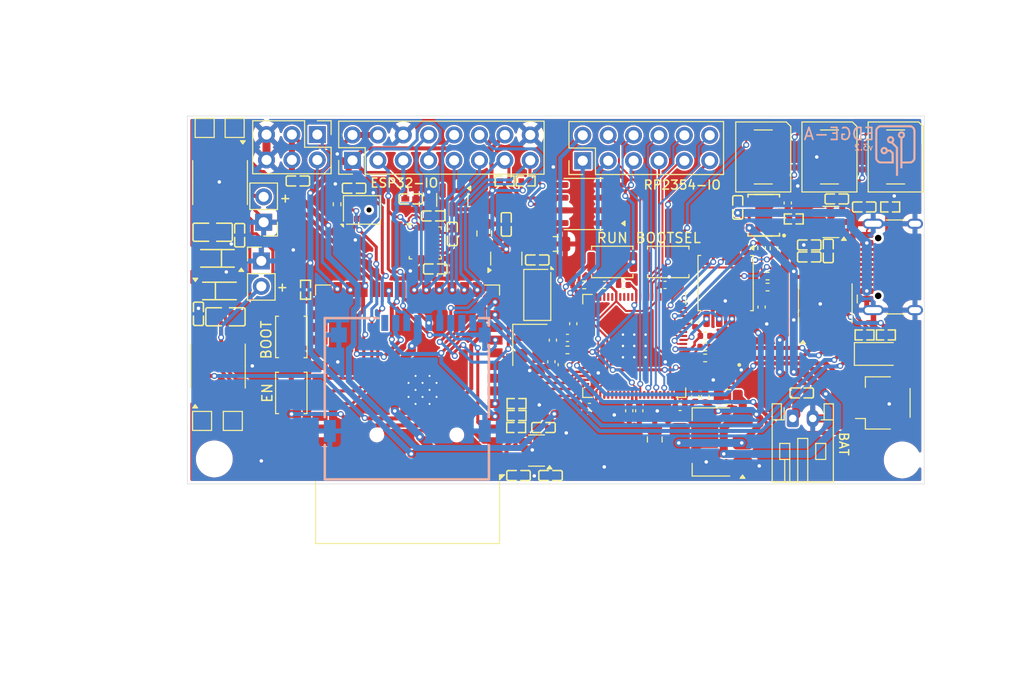
<source format=kicad_pcb>
(kicad_pcb (version 20241229) (generator "pcbnew") (generator_version "9.0")
  (layers (0 "F.Cu" signal) (2 "B.Cu" signal) (13 "F.Paste" user) (15 "B.Paste" user) (5 "F.SilkS" user "F.Silkscreen") (7 "B.SilkS" user "B.Silkscreen") (1 "F.Mask" user) (3 "B.Mask" user) (25 "Edge.Cuts" user))
  (net 0 "")
  (net 1 "GND")
  (net 2 "+3.3V")
  (net 3 "+3V3")
  (net 4 "/XIN")
  (net 5 "+1V1")
  (net 6 "/VREG_AVDD")
  (net 7 "Net-(U5-VO)")
  (net 8 "Net-(U6-REGOUT)")
  (net 9 "VBUS")
  (net 10 "Net-(U10-AVDD)")
  (net 11 "Net-(D1-A)")
  (net 12 "/GPIO39")
  (net 13 "Net-(D2-DOUT)")
  (net 14 "Net-(D3-DOUT)")
  (net 16 "/USB_D-")
  (net 17 "/USB_D+")
  (net 18 "/SWCLK")
  (net 19 "/SWD")
  (net 20 "/VREG_LX")
  (net 21 "/FLASH_SS")
  (net 22 "/XOUT")
  (net 23 "EN")
  (net 24 "/QSPI_SS")
  (net 25 "/~{USB_BOOT}")
  (net 26 "/D2+")
  (net 27 "/D2-")
  (net 28 "/GPIO0")
  (net 29 "BOOT")
  (net 30 "/RUN")
  (net 31 "/GPIO37")
  (net 32 "/GPIO15")
  (net 33 "/QSPI_SD1")
  (net 34 "/GPIO34")
  (net 35 "/GPIO40_ADC0")
  (net 36 "/GPIO1")
  (net 37 "/QSPI_SCLK")
  (net 38 "/GPIO9")
  (net 39 "/GPIO24")
  (net 40 "/GPIO20")
  (net 41 "/GPIO6")
  (net 42 "/GPIO23")
  (net 43 "/GPIO18")
  (net 44 "/INTER-CTS")
  (net 45 "/GPIO3")
  (net 46 "/GPIO2")
  (net 47 "/QSPI_SD2")
  (net 48 "/GPIO38")
  (net 49 "/GPIO33")
  (net 50 "/GPIO5")
  (net 51 "/GPIO7")
  (net 52 "/GPIO27")
  (net 53 "/GPIO16")
  (net 54 "/GPIO26")
  (net 55 "/GPIO42_ADC2")
  (net 56 "/GPIO35")
  (net 57 "/QSPI_SD3")
  (net 58 "/GPIO47_ADC7")
  (net 59 "/GPIO22")
  (net 60 "/GPIO19")
  (net 61 "/GPIO28")
  (net 62 "/INTER-RX")
  (net 63 "/GPIO41_ADC1")
  (net 64 "/INTER-TX")
  (net 65 "/GPIO46_ADC6")
  (net 66 "/GPIO36")
  (net 67 "/GPIO17")
  (net 68 "/INTER-RTS")
  (net 69 "/GPIO14")
  (net 70 "/GPIO43_ADC3")
  (net 71 "/GPIO25")
  (net 72 "/QSPI_SD0")
  (net 73 "/GPIO8")
  (net 74 "/GPIO21")
  (net 75 "/GPIO45_ADC5")
  (net 76 "/GPIO44_ADC4")
  (net 77 "/D1+")
  (net 78 "VCP")
  (net 79 "Net-(U4-VINT)")
  (net 80 "Net-(J7-Pin_1)")
  (net 81 "Net-(J5-Pin_2)")
  (net 82 "/D1-")
  (net 83 "VCP2")
  (net 97 "Net-(U13-VOUT)")
  (net 101 "/BAT")
  (net 102 "+5V")
  (net 103 "Net-(U11-ICHSET)")
  (net 104 "/MC1c")
  (net 105 "/MC1a")
  (net 106 "/MC1b")
  (net 112 "/MC2b")
  (net 113 "/MC2c")
  (net 114 "/MC2a")
  (net 115 "/SD ")
  (net 116 "/WS")
  (net 117 "/SCK")
  (net 118 "/S1")
  (net 119 "/S2")
  (net 120 "/GPIO12")
  (net 121 "/GPIO11")
  (net 122 "/GPIO10")
  (net 123 "/GPIO13")
  (net 124 "/LED")
  (net 125 "Net-(J2-Pin_2)")
  (net 126 "Net-(C3-Pad1)")
  (net 127 "Net-(U1-VINT)")
  (net 131 "Net-(J1-CC2)")
  (net 132 "Net-(J1-CC1)")
  (net 133 "Net-(J3-Pin_1)")
  (net 134 "Net-(J4-Pin_1)")
  (net 135 "Net-(J6-Pin_1)")
  (net 136 "Net-(R8-Pad1)")
  (net 137 "Net-(U7-USB_DP)")
  (net 138 "Net-(U7-USB_DM)")
  (net 149 "/UTX")
  (net 150 "/IO12")
  (net 151 "/URX")
  (net 152 "/aSDA")
  (net 153 "/aSCL")
  (net 154 "/IO11")
  (net 155 "/bSCL")
  (net 156 "/IO9")
  (net 157 "/IO7")
  (net 158 "/bSDA")
  (net 159 "/IO10")
  (net 160 "/IO8")
  (net 167 "/MISO")
  (net 168 "/SCLK")
  (net 169 "/MOSI")
  (net 173 "Net-(U11-TMR)")
  (footprint "Capacitor_SMD:C_0402_1005Metric" (layer "F.Cu") (at 159.17 103.5 180)
    (property "Reference" "C29" (hide yes))
    (property "Value" "100n")
  )
  (footprint "Resistor_SMD:R_0402_1005Metric" (layer "F.Cu") (at 158.64 91.3)
    (property "Reference" "R8" (hide yes))
    (property "Value" "1k")
  )
  (footprint "Package_SO:TSSOP-16_4.4x5mm_P0.65mm" (layer "F.Cu") (at 122.225 81.0625 -90)
    (property "Reference" "U1" (hide yes))
    (property "Value" "DRV8833PW")
  )
  (footprint "10uF:C0402" (layer "F.Cu") (at 153.95 88.8 180)
    (property "Reference" "C30" (hide yes))
    (property "Value" "100nF")
  )
  (footprint "Connector_PinHeader_2.54mm:PinHeader_2x03_P2.54mm_Vertical" (layer "F.Cu") (at 131.95 76.26 -90)
    (property "Reference" "J10" (hide yes))
    (property "Value" "Conn_02x03_Odd_Even")
  )
  (footprint "Package_SO:SOIC-8_3.9x4.9mm_P1.27mm" (layer "F.Cu") (at 158.575 83.205 180)
    (property "Reference" "U8" (hide yes))
    (property "Value" "CAT24C256 (0x50)")
  )
  (footprint "Capacitor_SMD:C_0402_1005Metric" (layer "F.Cu") (at 169.75 102.48 -90)
    (property "Reference" "C15" (hide yes))
    (property "Value" "4.7u")
  )
  (footprint "RP2350_80QFN_minimal:C_0402_1005Metric_small_pads" (layer "F.Cu") (at 170.75 100.215 -90)
    (property "Reference" "C13" (hide yes))
    (property "Value" "4.7u")
  )
  (footprint "Package_TO_SOT_SMD:SOT-223-3_TabPin2" (layer "F.Cu") (at 171.35 107 180)
    (property "Reference" "U16" (hide yes))
    (property "Value" "NCP1117-3.3_SOT223")
  )
  (footprint "Resistor_SMD:R_0402_1005Metric" (layer "F.Cu") (at 170.74 97.5 180)
    (property "Reference" "R12" (hide yes))
    (property "Value" "27")
  )
  (footprint "Resistor_SMD:R_0402_1005Metric" (layer "F.Cu") (at 176.385 87.6125 -90)
    (property "Reference" "R2" (hide yes))
    (property "Value" "0")
  )
  (footprint "Button_Switch_SMD:SW_Push_SPST_NO_Alps_SKRK" (layer "F.Cu") (at 129.35 96.5 90)
    (property "Reference" "SW3" (hide yes))
    (property "Value" "SKRKAGE020")
  )
  (footprint "Sensor_Audio:InvenSense_ICS-43434-6_3.5x2.65mm" (layer "F.Cu") (at 136.414 83.8 90)
    (property "Reference" "MK1" (hide yes))
    (property "Value" "ICS-43434")
  )
  (footprint "MountingHole:MountingHole_3.2mm_M3" (layer "F.Cu") (at 121.65 108.7)
    (property "Reference" "H1" (hide yes))
    (property "Value" "MountingHole")
  )
  (footprint "RF_Module:ESP32-S3-WROOM-1" (layer "F.Cu") (at 140.975 104.26 180)
    (property "Reference" "U12" (hide yes))
    (property "Value" "ESP32-S3-WROOM-1")
  )
  (footprint "10uF:C0402" (layer "F.Cu") (at 135.629 81.63)
    (property "Reference" "C25" (hide yes))
    (property "Value" "100nF")
  )
  (footprint "Button_Switch_SMD:SW_Push_SPST_NO_Alps_SKRK" (layer "F.Cu") (at 129.35 102.1 90)
    (property "Reference" "SW4" (hide yes))
    (property "Value" "SKRKAGE020")
  )
  (footprint "10uF:C0402" (layer "F.Cu") (at 143.55 84.4 180)
    (property "Reference" "C18" (hide yes))
    (property "Value" "100nF")
  )
  (footprint "Capacitor_SMD:C_0402_1005Metric" (layer "F.Cu") (at 155.51 96.82 90)
    (property "Reference" "C2" (hide yes))
    (property "Value" "15p")
  )
  (footprint "Capacitor_SMD:C_0805_2012Metric" (layer "F.Cu") (at 165.7 106.75 90)
    (property "Reference" "C49" (hide yes))
    (property "Value" "10u")
  )
  (footprint "Package_TO_SOT_SMD:SOT-23-5" (layer "F.Cu") (at 153.875 107.86 180)
    (property "Reference" "U15" (hide yes))
    (property "Value" "AP2112K-3.3")
  )
  (footprint "CC0805KRX7R9BB104:CC0805KRX7R9BB104" (layer "F.Cu") (at 121.4852 86.0274)
    (property "Reference" "C1" (hide yes))
    (property "Value" "100nF")
  )
  (footprint "Capacitor_SMD:C_0402_1005Metric" (layer "F.Cu") (at 170.74 96.4)
    (property "Reference" "C21" (hide yes))
    (property "Value" "100n")
  )
  (footprint "MP2607DL:MP2607DL" (layer "F.Cu") (at 176.6 84.32475 180)
    (property "Reference" "U11" (hide yes))
    (property "Value" "MP2607DL-LF-Z")
  )
  (footprint "Package_SO:QSOP-16_3.9x4.9mm_P0.635mm" (layer "F.Cu") (at 182.75 93.1375 90)
    (property "Reference" "U14" (hide yes))
    (property "Value" "CH334R")
  )
  (footprint "TestPoint:TestPoint_Pad_1.5x1.5mm" (layer "F.Cu") (at 123.5 104.9 90)
    (property "Reference" "J7" (hide yes))
    (property "Value" "Conn_01x01_Pad")
  )
  (footprint "TAJA106K016RNJ:TAJA106K016RNJ" (layer "F.Cu") (at 121.9637 88.6401 180)
    (property "Reference" "C5" (hide yes))
    (property "Value" "10uF")
  )
  (footprint "Capacitor_SMD:C_0402_1005Metric" (layer "F.Cu") (at 162.57 91.3 180)
    (property "Reference" "C14" (hide yes))
    (property "Value" "100n")
  )
  (footprint "TestPoint:TestPoint_Pad_1.5x1.5mm" (layer "F.Cu") (at 120.4252 104.9 90)
    (property "Reference" "J6" (hide yes))
    (property "Value" "Conn_01x01_Pad")
  )
  (footprint "Capacitor_SMD:C_0402_1005Metric" (layer "F.Cu") (at 176.385 93.5125 90)
    (property "Reference" "C7" (hide yes))
    (property "Value" "100n")
  )
  (footprint "Capacitor_SMD:C_0402_1005Metric" (layer "F.Cu") (at 179 83.1 90)
    (property "Reference" "C36" (hide yes))
    (property "Value" "470nF")
  )
  (footprint "Package_TO_SOT_SMD:SOT-23-5" (layer "F.Cu") (at 183.3125 85 180)
    (property "Reference" "U13" (hide yes))
    (property "Value" "AP2112K-3.3")
  )
  (footprint "LED_SMD:LED_1206_3216Metric" (layer "F.Cu") (at 187.95 98.2)
    (property "Reference" "D1" (hide yes))
    (property "Value" "LTST-C150RKT")
  )
  (footprint "TAJA106K016RNJ:TAJA106K016RNJ" (layer "F.Cu") (at 122.1637 91.9)
    (property "Reference" "C12" (hide yes))
    (property "Value" "10uF")
  )
  (footprint "Resistor_SMD:R_0402_1005Metric" (layer "F.Cu") (at 156.97 97.8 180)
    (property "Reference" "R5" (hide yes))
    (property "Value" "1k")
  )
  (footprint "Resistor_SMD:R_0402_1005Metric" (layer "F.Cu") (at 170.75 102.51 90)
    (property "Reference" "R9" (hide yes))
    (property "Value" "33")
  )
  (footprint "Capacitor_SMD:C_0402_1005Metric" (layer "F.Cu") (at 164.15 103.88 -90)
    (property "Reference" "C17" (hide yes))
    (property "Value" "100n")
  )
  (footprint "MountingHole:MountingHole_3.2mm_M3" (layer "F.Cu") (at 190.45 108.8)
    (property "Reference" "H2" (hide yes))
    (property "Value" "MountingHole")
  )
  (footprint "Package_SO:SOIC-8_5.3x5.3mm_P1.27mm" (layer "F.Cu") (at 172.785 91.1125 -90)
    (property "Reference" "U2" (hide yes))
    (property "Value" "W25Q128JVS")
  )
  (footprint "CC0805KRX7R9BB104:CC0805KRX7R9BB104" (layer "F.Cu") (at 122.7637 94.4873 180)
    (property "Reference" "C9" (hide yes))
    (property "Value" "100nF")
  )
  (footprint "Capacitor_SMD:C_0402_1005Metric" (layer "F.Cu") (at 156.97 96.6 180)
    (property "Reference" "C22" (hide yes))
    (property "Value" "100n")
  )
  (footprint "0402:R0402" (layer "F.Cu") (at 130.775 91.7772 -90)
    (property "Reference" "R17" (hide yes))
    (property "Value" "RC0402FR-075K1L (5.1kΩ)")
  )
  (footprint "10uF:C0402" (layer "F.Cu") (at 130.0049 80.9)
    (property "Reference" "C45" (hide yes))
    (property "Value" "10uF")
  )
  (footprint "10uF:C0402" (layer "F.Cu") (at 186.65 83.5 180)
    (property "Reference" "C40" (hide yes))
    (property "Value" "1uF")
  )
  (footprint "10uF:C0402" (layer "F.Cu") (at 154.575 105.56 180)
    (property "Reference" "C46" (hide yes))
    (property "Value" "10uF")
  )
  (footprint "Resistor_SMD:R_0402_1005Metric" (layer "F.Cu") (at 176.985 91.5125 180)
    (property "Reference" "R3" (hide yes))
    (property "Value" "DNF")
  )
  (footprint "Crystal:Crystal_SMD_3225-4Pin_3.2x2.5mm" (layer "F.Cu") (at 153.21 97.3 -90)
    (property "Reference" "Y1" (hide yes))
    (property "Value" "ABM8-272-T3")
  )
  (footprint "Capacitor_SMD:C_0805_2012Metric" (layer "F.Cu") (at 155.8 87.2)
    (property "Reference" "C35" (hide yes))
    (property "Value" "10uF")
  )
  (footprint "10uF:C0402" (layer "F.Cu") (at 183.9049 82.7)
    (property "Reference" "C37" (hide yes))
    (property "Value" "100nF")
  )
  (footprint "0402:R0402" (layer "F.Cu") (at 179.6 84.7)
    (property "Reference" "R14" (hide yes))
    (property "Value" "RC0402FR-075K1L (5.1kΩ)")
  )
  (footprint "10uF:C0402" (layer "F.Cu") (at 174 83.5451 90)
    (property "Reference" "C31" (hide yes))
    (property "Value" "10uF")
  )
  (footprint "Capacitor_SMD:C_0402_1005Metric" (layer "F.Cu") (at 160.67 91.3 180)
    (property "Reference" "C28" (hide yes))
    (property "Value" "100n")
  )
  (footprint "Resistor_SMD:R_0402_1005Metric" (layer "F.Cu") (at 170.74 98.6 180)
    (property "Reference" "R13" (hide yes))
    (property "Value" "27")
  )
  (footprint "0402:R0402" (layer "F.Cu") (at 152.7828 80.9)
    (property "Reference" "R16" (hide yes))
    (property "Value" "RC0402FR-075K1L (5.1kΩ)")
  )
  (footprint "10uF:C0402" (layer "F.Cu") (at 180.4 102.1)
    (property "Reference" "C38" (hide yes))
    (property "Value" "100nF")
  )
  (footprint "10uF:C0402" (layer "F.Cu") (at 152.075 110.36 180)
    (property "Reference" "C39" (hide yes))
    (property "Value" "100nF")
  )
  (footprint "LED_SMD:LED_WS2812B_PLCC4_5.0x5.0mm_P3.2mm" (layer "F.Cu") (at 189.79 78.5 90)
    (property "Reference" "D4" (hide yes))
    (property "Value" "WS2812B")
  )
  (footprint "Connector_JST:JST_SH_SM03B-SRSS-TB_1x03-1MP_P1.00mm_Horizontal" (layer "F.Cu") (at 188.55 103.1 90)
    (property "Reference" "J12" (hide yes))
    (property "Value" "SM03B-SRSS-TB")
  )
  (footprint "Connector_JST:JST_PH_S2B-PH-K_1x02_P2.00mm_Horizontal" (layer "F.Cu") (at 179.5 104.65)
    (property "Reference" "J8" (hide yes))
    (property "Value" "Conn_01x02_Pin")
  )
  (footprint "0402:R0402" (layer "F.Cu") (at 189.25 83.5)
    (property "Reference" "R6" (hide yes))
    (property "Value" "RC0402FR-075K1L (5.1kΩ)")
  )
  (footprint "0402:R0402" (layer "F.Cu") (at 151.875 103.16 180)
    (property "Reference" "R19" (hide yes))
    (property "Value" "RC0402FR-075K1L (5.1kΩ)")
  )
  (footprint "RP2350_80QFN_minimal:L_pol_2016" (layer "F.Cu") (at 172.85 100.2 -90)
    (property "Reference" "L1" (hide yes))
    (property "Value" "3.3u")
  )
  (footprint "GRM155R60J225KE01D:GRM155R60J225KE01D" (layer "F.Cu") (at 120.0637 94.1873 90)
    (property "Reference" "C11" (hide yes))
    (property "Value" "2.2uF")
  )
  (footprint "Package_SO:TSSOP-16_4.4x5mm_P0.65mm" (layer "F.Cu") (at 122.0089 99.4098 90)
    (property "Reference" "U4" (hide yes))
    (property "Value" "DRV8833PW")
  )
  (footprint "GRM155R60J225KE01D:GRM155R60J225KE01D" (layer "F.Cu") (at 124.1852 86.3274 -90)
    (property "Reference" "C4" (hide yes))
    (property "Value" "2.2uF")
  )
  (footprint "Button_Switch_SMD:SW_Push_SPST_NO_Alps_SKRK" (layer "F.Cu") (at 161.45 89)
    (property "Reference" "SW2" (hide yes))
    (property "Value" "SKRKAGE020")
  )
  (footprint "10uF:C0402" (layer "F.Cu") (at 145.45 86.2 90)
    (property "Reference" "C19" (hide yes))
    (property "Value" "100nF")
  )
  (footprint "Capacitor_SMD:C_0805_2012Metric" (layer "F.Cu") (at 173.05 102.5 180)
    (property "Reference" "C48" (hide yes))
    (property "Value" "10u")
  )
  (footprint "10uF:C0402" (layer "F.Cu") (at 143.75 89.7)
    (property "Reference" "C20" (hide yes))
    (property "Value" "100nF")
  )
  (footprint "Connector_PinHeader_2.54mm:PinHeader_1x02_P2.54mm_Vertical" (layer "F.Cu") (at 126.5852 85.0274 180)
    (property "Reference" "J2" (hide yes))
    (property "Value" "Conn_01x02_Pin")
  )
  (footprint "Capacitor_SMD:C_0402_1005Metric" (layer "F.Cu") (at 156.4 99.28 -90)
    (property "Reference" "C16" (hide yes))
    (property "Value" "4.7u")
  )
  (footprint "Connector_USB:USB_C_Receptacle_HCTL_HC-TYPE-C-16P-01A" (layer "F.Cu") (at 190.65 89.5 90)
    (property "Reference" "J1" (hide yes))
    (property "Value" "USB_C_Receptacle_USB2.0_16P")
  )
  (footprint "LED_SMD:LED_WS2812B_PLCC4_5.0x5.0mm_P3.2mm" (layer "F.Cu") (at 183.17 78.5 90)
    (property "Reference" "D3" (hide yes))
    (property "Value" "WS2812B")
  )
  (footprint "RP2350_80QFN_minimal:RP2350-QFN-80-1EP_10x10_P0.4mm_EP3.4x3.4mm_ThermalVias" (layer "F.Cu") (at 163.65 97.4 -90)
    (property "Reference" "U7" (hide yes))
    (property "Value" "RP2350_80QFN")
  )
  (footprint "Resistor_SMD:R_0402_1005Metric" (layer "F.Cu") (at 133.929 83.23 90)
    (property "Reference" "R11" (hide yes))
    (property "Value" "100k")
  )
  (footprint "Sensor_Distance:ST_VL53L1x" (layer "F.Cu") (at 153.95 92.3 -90)
    (property "Reference" "U10" (hide yes))
    (property "Value" "VL53L0CXV0DH1 (0x29)")
  )
  (footprint "10uF:C0402" (layer "F.Cu") (at 181.15 88.5)
    (property "Reference" "C42" (hide yes))
    (property "Value" "100nF")
  )
  (footprint "Sensor_Motion:InvenSense_QFN-24_3x3mm_P0.4mm" (layer "F.Cu") (at 142.75 87.1)
    (property "Reference" "U6" (hide yes))
    (property "Value" "ICM-20948 (0x68)")
  )
  (footprint "10uF:C0402" (layer "F.Cu") (at 141.2951 82.7)
    (property "Reference" "C43" (hide yes))
    (property "Value" "10uF")
  )
  (footprint "Package_TO_SOT_SMD:SOT-23" (layer "F.Cu") (at 150.85 88.6649 90)
    (property "Reference" "U9" (hide yes))
    (property "Value" "AP2127N-2.8")
  )
  (footprint "Connector_PinHeader_2.54mm:PinHeader_2x06_P2.54mm_Vertical" (layer "F.Cu") (at 158.5 78.875 90)
    (property "Reference" "J11" (hide yes))
    (property "Value" "Conn_02x06_Odd_Even")
  )
  (footprint "Capacitor_SMD:C_0402_1005Metric" (layer "F.Cu") (at 169.75 95.02 90)
    (property "Reference" "C24" (hide yes))
    (property "Value" "100n")
  )
  (footprint "10uF:C0402" (layer "F.Cu") (at 155.275 110.36)
    (property "Reference" "C47" (hide yes))
    (property "Value" "22uF")
  )
  (footprint "10uF:C0402" (layer "F.Cu") (at 181.15 87.3)
    (property "Reference" "C41" (hide yes))
    (property "Value" "1uF")
  )
  (footprint "10uF:C0402" (layer "F.Cu") (at 183.05 87.9 -90)
    (property "Reference" "C44" (hide yes))
    (property "Value" "100nF")
  )
  (footprint "0402:R0402" (layer "F.Cu") (at 186.6828 96.3 180)
    (property "Reference" "R4" (hide yes))
    (property "Value" "RC0402FR-075K1L (5.1kΩ)")
  )
  (footprint "Package_TO_SOT_SMD:SOT-23" (layer "F.Cu") (at 145.45 82.8 -90)
    (property "Reference" "U5" (hide yes))
    (property "Value" "AP2127N-1.8")
  )
  (footprint "Resistor_SMD:R_0402_1005Metric" (layer "F.Cu") (at 176.985 90.4125 180)
    (property "Reference" "R1" (hide yes))
    (property "Value" "DNF")
  )
  (footprint "0402:R0402" (layer "F.Cu") (at 151.875 104.36 180)
    (property "Reference" "R20" (hide yes))
    (property "Value" "RC0402FR-075K1L (5.1kΩ)")
  )
  (footprint "Capacitor_SMD:C_0402_1005Metric" (layer "F.Cu") (at 157.55 95.18 -90)
    (property "Reference" "C34" (hide yes))
    (property "Value" "100n")
  )
  (footprint "LED_SMD:LED_WS2812B_PLCC4_5.0x5.0mm_P3.2mm" (layer "F.Cu") (at 176.55 78.5 90)
    (property "Reference" "D2" (hide yes))
    (property "Value" "WS2812B")
  )
  (footprint "Capacitor_SMD:C_0402_1005Metric" (layer "F.Cu") (at 163.15 103.88 -90)
    (property "Reference" "C27" (hide yes))
    (property "Value" "100n")
  )
  (footprint "0402:R0402" (layer "F.Cu") (at 150.6828 80.9)
    (property "Reference" "R15" (hide yes))
    (property "Value" "RC0402FR-075K1L (5.1kΩ)")
  )
  (footprint "Connector_PinHeader_2.54mm:PinHeader_1x02_P2.54mm_Vertical" (layer "F.Cu") (at 126.35 88.9)
    (property "Reference" "J5" (hide yes))
    (property "Value" "Conn_01x02_Pin")
  )
  (footprint "Connector_PinHeader_2.54mm:PinHeader_2x08_P2.54mm_Vertical" (layer "F.Cu") (at 135.47 78.84 90)
    (property "Reference" "J9" (hide yes))
    (property "Value" "Conn_02x08_Odd_Even")
  )
  (footprint "0402:R0402" (layer "F.Cu") (at 188.8172 96.3 180)
    (property "Reference" "R7" (hide yes))
    (property "Value" "RC0402FR-13220RL (220Ω)")
  )
  (footprint "TestPoint:TestPoint_Pad_1.5x1.5mm" (layer "F.Cu") (at 123.6852 75.6 -90)
    (property "Reference" "J3" (hide yes))
    (property "Value" "Conn_01x01_Pad")
  )
  (footprint "10uF:C0402" (layer "F.Cu") (at 150.85 85.2451 90)
    (property "Reference" "C23" (hide yes))
    (property "Value" "100nF")
  )
  (footprint "0402:R0402" (layer "F.Cu") (at 151.8422 105.56 180)
    (property "Reference" "R18" (hide yes))
    (property "Value" "RC0402FR-075K1L (5.1kΩ)")
  )
  (footprint "RP2350_80QFN_minimal:C_0402_1005Metric_small_pads" (layer "F.Cu") (at 169.75 100.515 -90)
    (property "Reference" "C10" (hide yes))
    (property "Value" "4.7u")
  )
  (footprint "Capacitor_SMD:C_0402_1005Metric" (layer "F.Cu") (at 166.73 91.3)
    (property "Reference" "C26" (hide yes))
    (property "Value" "100n")
  )
  (footprint "Capacitor_SMD:C_0402_1005Metric" (layer "F.Cu") (at 168.23 103.5)
    (property "Reference" "C33" (hide yes))
    (property "Value" "100n")
  )
  (footprint "Capacitor_SMD:C_0805_2012Metric" (layer "F.Cu") (at 148.65 86.15 -90)
    (property "Reference" "C32" (hide yes))
    (property "Value" "10uF")
  )
  (footprint "TestPoint:TestPoint_Pad_1.5x1.5mm" (layer "F.Cu") (at 120.6852 75.6 -90)
    (property "Reference" "J4" (hide yes))
    (property "Value" "Conn_01x01_Pad")
  )
  (footprint "Capacitor_SMD:C_0402_1005Metric" (layer "F.Cu") (at 155.36 98.98 -90)
    (property "Reference" "C3" (hide yes))
    (property "Value" "15p")
  )
  (footprint "Button_Switch_SMD:SW_Push_SPST_NO_Alps_SKRK" (layer "F.Cu") (at 167.05 89 180)
    (property "Reference" "SW1" (hide yes))
    (property "Value" "SKRKAGE020")
  )
  (footprint "Resistor_SMD:R_0402_1005Metric" (layer "F.Cu") (at 177.628579 87.6325 -90)
    (property "Reference" "R10" (hide yes))
    (property "Value" "1k")
  )
  (footprint "LOGO" (layer "B.Cu") (at 189.8 77.7 180)
    (property "Reference" "G***" (hide yes))
    (property "Value" "LOGO" (hide yes))
  )
  (footprint "SDCARD:TF-SMD_TF-115" (layer "B.Cu") (at 140.9499 100.5 180)
    (property "Reference" "Card1" (hide yes))
    (property "Value" "TF-115")
  )
  (gr_rect (start 118.95 74.4) (end 192.65 111.2) (stroke (width 0.05)) (fill no) (layer "Edge.Cuts"))
  (gr_text "BOOTSEL" (at 167.05 86.6 0) (layer "F.SilkS") (effects (font (size 1 1))))
  (gr_text "EN" (at 126.95 102.1 90) (layer "F.SilkS") (effects (font (size 1 1))))
  (gr_text "+" (at 128.45 91.5 0) (layer "F.SilkS") (effects (font (size 0.9 0.9))))
  (gr_text "+" (at 128.75 82.6 0) (layer "F.SilkS") (effects (font (size 0.9 0.9))))
  (gr_text "BOOT" (at 126.85 96.8 90) (layer "F.SilkS") (effects (font (size 1 1))))
  (gr_text "RP2354-IO\n" (at 168.45 81.3 0) (layer "F.SilkS") (effects (font (size 0.9 0.9))))
  (gr_text "BAT" (at 184.6 107.2 270) (layer "F.SilkS") (effects (font (size 0.9 0.9))))
  (gr_text "RUN" (at 161.45 86.6 0) (layer "F.SilkS") (effects (font (size 1 1))))
  (gr_text "ESP32-IO" (at 140.65 81.1 0) (layer "F.SilkS") (effects (font (size 0.9 0.9))))
  (gr_text "EDGE-A" (at 187.8 76.9 -0) (layer "B.SilkS") (effects (font (size 1.2 1.2) (thickness 0.17)) (justify left bottom mirror)))
  (gr_text "v3.2" (at 187.6 77.9 0) (layer "B.SilkS") (effects (font (size 0.6 0.6) (thickness 0.1) (bold yes)) (justify left bottom mirror)))
  (segment (start 165.819 104.031) (end 164.479 104.031) (width 0.4) (layer "F.Cu") (net 1))
  (segment (start 178.651001 77.251) (end 183.619 77.251) (width 0.6) (layer "F.Cu") (net 1))
  (segment (start 122.6329 101.1838) (end 122.9839 101.534801) (width 0.4) (layer "F.Cu") (net 1))
  (segment (start 154.75 91.5) (end 154.6 91.5) (width 0.3) (layer "F.Cu") (net 1))
  (segment (start 141.789874 89.9) (end 141.25 89.9) (width 0.2) (layer "F.Cu") (net 1))
  (segment (start 139.7 82.200057) (end 139.298943 81.799) (width 0.3) (layer "F.Cu") (net 1))
  (segment (start 188.2951 82.4) (end 189.65 82.4) (width 0.6) (layer "F.Cu") (net 1))
  (segment (start 168.5465 100.8) (end 169.52 100.8) (width 0.15) (layer "F.Cu") (net 1))
  (segment (start 156.55 99.76) (end 155.81 99.76) (width 0.15) (layer "F.Cu") (net 1))
  (segment (start 189.65 82.4) (end 189.65 83.4672) (width 0.6) (layer "F.Cu") (net 1))
  (segment (start 186.55 98.2) (end 186.25 97.9) (width 0.3) (layer "F.Cu") (net 1))
  (segment (start 122.848999 79.2885) (end 121.601001 79.2885) (width 0.4) (layer "F.Cu") (net 1))
  (segment (start 155.81 99.76) (end 155.51 99.46) (width 0.15) (layer "F.Cu") (net 1))
  (segment (start 121.394318 101.1838) (end 122.6329 101.1838) (width 0.4) (layer "F.Cu") (net 1))
  (segment (start 169.75 94.54) (end 169.75 94.260001) (width 0.3) (layer "F.Cu") (net 1))
  (segment (start 126.87 78.8) (end 126.87 76.26) (width 0.8) (layer "F.Cu") (net 1))
  (segment (start 165.95 103.9) (end 165.819 104.031) (width 0.4) (layer "F.Cu") (net 1))
  (segment (start 164.479 104.031) (end 164.15 104.36) (width 0.4) (layer "F.Cu") (net 1))
  (segment (start 141.649 90.299) (end 143.6961 90.299) (width 0.3) (layer "F.Cu") (net 1))
  (segment (start 126.5852 84.70283) (end 126.5852 85.0274) (width 0.3) (layer "F.Cu") (net 1))
  (segment (start 184.225001 104.65) (end 181.5 104.65) (width 0.8) (layer "F.Cu") (net 1))
  (segment (start 161.05 83.84) (end 156.1 83.84) (width 0.6) (layer "F.Cu") (net 1))
  (segment (start 123.1865 79.1635) (end 123.2 79.15) (width 0.15) (layer "F.Cu") (net 1))
  (segment (start 187.545 83.8499) (end 187.1951 83.5) (width 0.15) (layer "F.Cu") (net 1))
  (segment (start 152.6201 110.36) (end 153.61 110.36) (width 0.15) (layer "F.Cu") (net 1))
  (segment (start 161.71 104.36) (end 161.65 104.3) (width 0.4) (layer "F.Cu") (net 1))
  (segment (start 145.808756 81.8625) (end 146.4 81.8625) (width 0.2) (layer "F.Cu") (net 1))
  (segment (start 145.45 85.6549) (end 145.35 85.6549) (width 0.2) (layer "F.Cu") (net 1))
  (segment (start 161.05 81.3) (end 161.05 85.11) (width 0.6) (layer "F.Cu") (net 1))
  (segment (start 170.75 100.73) (end 171.48 100.73) (width 0.15) (layer "F.Cu") (net 1))
  (segment (start 144.25 86.1) (end 145.0049 86.1) (width 0.2) (layer "F.Cu") (net 1))
  (segment (start 153.61 110.36) (end 153.65 110.4) (width 0.15) (layer "F.Cu") (net 1))
  (segment (start 139.7 83.5) (end 139.7 82.200057) (width 0.3) (layer "F.Cu") (net 1))
  (segment (start 121.0339 101.544218) (end 121.394318 101.1838) (width 0.4) (layer "F.Cu") (net 1))
  (segment (start 186.25 97.9) (end 186.25 96.3) (width 0.3) (layer "F.Cu") (net 1))
  (segment (start 187.69945 97.05055) (end 187.69945 93.97445) (width 0.3) (layer "F.Cu") (net 1))
  (segment (start 121.476001 79.1635) (end 123.1865 79.1635) (width 0.15) (layer "F.Cu") (net 1))
  (segment (start 186.905 85.82) (end 187.545 85.18) (width 0.15) (layer "F.Cu") (net 1))
  (segment (start 122.55 83.187501) (end 122.851001 82.8865) (width 0.3) (layer "F.Cu") (net 1))
  (segment (start 168.71 103.5) (end 169.21 103.5) (width 0.3) (layer "F.Cu") (net 1))
  (segment (start 121.25 78.2) (end 121.25 78.937499) (width 0.15) (layer "F.Cu") (net 1))
  (segment (start 142.55 88.6) (end 142.55 89.139874) (width 0.2) (layer "F.Cu") (net 1))
  (segment (start 183.619 77.251) (end 184.82 76.05) (width 0.6) (layer "F.Cu") (net 1))
  (segment (start 135.872 85.228057) (end 135.549 85.551057) (width 0.3) (layer "F.Cu") (net 1))
  (segment (start 153.95 93.650001) (end 153.95 93.9) (width 0.3) (layer "F.Cu") (net 1))
  (segment (start 121.0339 102.2723) (end 121.0339 101.544218) (width 0.4) (layer "F.Cu") (net 1))
  (segment (start 124.76887 82.8865) (end 126.5852 84.70283) (width 0.3) (layer "F.Cu") (net 1))
  (segment (start 153.59 99.46) (end 153.19038 99.85962) (width 0.3) (layer "F.Cu") (net 1))
  (segment (start 169.52 100.8) (end 169.75 101.03) (width 0.15) (layer "F.Cu") (net 1))
  (segment (start 136.548 84.024) (end 135.872 84.7) (width 0.15) (layer "F.Cu") (net 1))
  (segment (start 144.0951 84.4) (end 144.0951 83.576156) (width 0.2) (layer "F.Cu") (net 1))
  (segment (start 122.55 83.925) (end 122.55 83.187501) (width 0.3) (layer "F.Cu") (net 1))
  (segment (start 187.545 85.18) (end 187.545 83.8499) (width 0.15) (layer "F.Cu") (net 1))
  (segment (start 178.0501 83.32485) (end 177.6 83.32485) (width 0.3) (layer "F.Cu") (net 1))
  (segment (start 139.298943 81.799) (end 137.8325 81.799) (width 0.3) (layer "F.Cu") (net 1))
  (segment (start 144.25 84.5549) (end 144.0951 84.4) (width 0.2) (layer "F.Cu") (net 1))
  (segment (start 184.82 76.05) (end 186.021 77.251) (width 0.6) (layer "F.Cu") (net 1))
  (segment (start 142.55 89.139874) (end 141.789874 89.9) (width 0.2) (layer "F.Cu") (net 1))
  (segment (start 154.75 93.1) (end 154.500001 93.1) (width 0.3) (layer "F.Cu") (net 1))
  (segment (start 164.15 104.36) (end 163.15 104.36) (width 0.4) (layer "F.Cu") (net 1))
  (segment (start 135.872 84.7) (end 135.872 85.228057) (width 0.3) (layer "F.Cu") (net 1))
  (segment (start 143.35 85.6) (end 143.35 85.1451) (width 0.2) (layer "F.Cu") (net 1))
  (segment (start 154.75 91.5) (end 154.75 93.1) (width 0.3) (layer "F.Cu") (net 1))
  (segment (start 145.35 85.6549) (end 144.0951 84.4) (width 0.2) (layer "F.Cu") (net 1))
  (segment (start 187.69945 93.97445) (end 187.545 93.82) (width 0.3) (layer "F.Cu") (net 1))
  (segment (start 121.25 78.937499) (end 121.476001 79.1635) (width 0.15) (layer "F.Cu") (net 1))
  (segment (start 187.1951 83.5) (end 188.2951 82.4) (width 0.6) (layer "F.Cu") (net 1))
  (segment (start 141.0402 83.5) (end 139.7 83.5) (width 0.3) (layer "F.Cu") (net 1))
  (segment (start 185.775001 103.1) (end 184.225001 104.65) (width 0.8) (layer "F.Cu") (net 1))
  (segment (start 135.549 85.551057) (end 135.549 86.599) (width 0.3) (layer "F.Cu") (net 1))
  (segment (start 143.35 88.6) (end 143.35 88.902064) (width 0.2) (layer "F.Cu") (net 1))
  (segment (start 177.0999 84.82475) (end 176.6 84.32485) (width 0.3) (layer "F.Cu") (net 1))
  (segment (start 143.7576 89.1625) (end 144.2951 89.7) (width 0.2) (layer "F.Cu") (net 1))
  (segment (start 178.0501 84.82475) (end 177.0999 84.82475) (width 0.3) (layer "F.Cu") (net 1))
  (segment (start 136.644041 83.1375) (end 136.548 83.233541) (width 0.15) (layer "F.Cu") (net 1))
  (segment (start 143.35 88.902064) (end 143.610436 89.1625) (width 0.2) (layer "F.Cu") (net 1))
  (segment (start 135.549 86.599) (end 135.75 86.8) (width 0.3) (layer "F.Cu") (net 1))
  (segment (start 169.75 101.03) (end 170.45 101.03) (width 0.15) (layer "F.Cu") (net 1))
  (segment (start 136.548 83.233541) (end 136.548 84.024) (width 0.15) (layer "F.Cu") (net 1))
  (segment (start 186.021 77.251) (end 190.239 77.251) (width 0.6) (layer "F.Cu") (net 1))
  (segment (start 171.48 100.73) (end 171.55 100.8) (width 0.15) (layer "F.Cu") (net 1))
  (segment (start 143.610436 89.1625) (end 143.7576 89.1625) (width 0.2) (layer "F.Cu") (net 1))
  (segment (start 178.0501 83.32485) (end 178.0501 82.82475) (width 0.3) (layer "F.Cu") (net 1))
  (segment (start 154.6 91.5) (end 153.95 90.85) (width 0.3) (layer "F.Cu") (net 1))
  (segment (start 169.75 94.260001) (end 171.110001 92.9) (width 0.3) (layer "F.Cu") (net 1))
  (segment (start 186.55 103.1) (end 185.775001 103.1) (width 0.8) (layer "F.Cu") (net 1))
  (segment (start 154.500001 93.1) (end 153.95 93.650001) (width 0.3) (layer "F.Cu") (net 1))
  (segment (start 177.6 83.32485) (end 176.6 84.32485) (width 0.3) (layer "F.Cu") (net 1))
  (segment (start 186.905 86.3) (end 186.905 85.82) (width 0.15) (layer "F.Cu") (net 1))
  (segment (start 143.35 85.1451) (end 144.0951 84.4) (width 0.2) (layer "F.Cu") (net 1))
  (segment (start 170.45 101.03) (end 170.75 100.73) (width 0.15) (layer "F.Cu") (net 1))
  (segment (start 169.21 103.5) (end 169.75 102.96) (width 0.3) (layer "F.Cu") (net 1))
  (segment (start 171.110001 92.9) (end 172.75 92.9) (width 0.3) (layer "F.Cu") (net 1))
  (segment (start 143.6961 90.299) (end 144.2951 89.7) (width 0.3) (layer "F.Cu") (net 1))
  (segment (start 123.2 78.2) (end 123.2 78.937499) (width 0.4) (layer "F.Cu") (net 1))
  (segment (start 153.95 90.85) (end 153.95 90.7) (width 0.3) (layer "F.Cu") (net 1))
  (segment (start 180.6049 88.5) (end 180.6049 87.3) (width 0.4) (layer "F.Cu") (net 1))
  (segment (start 137.124 83.1375) (end 136.644041 83.1375) (width 0.15) (layer "F.Cu") (net 1))
  (segment (start 122.851001 82.8865) (end 124.76887 82.8865) (width 0.3) (layer "F.Cu") (net 1))
  (segment (start 155.51 99.46) (end 153.59 99.46) (width 0.3) (layer "F.Cu") (net 1))
  (segment (start 137.8325 81.799) (end 137.55 82.0815) (width 0.3) (layer "F.Cu") (net 1))
  (segment (start 121.601001 79.2885) (end 121.25 78.937499) (width 0.4) (layer "F.Cu") (net 1))
  (segment (start 141.8402 82.7) (end 141.0402 83.5) (width 0.3) (layer "F.Cu") (net 1))
  (segment (start 122.9839 101.534801) (end 122.9839 102.2723) (width 0.4) (layer "F.Cu") (net 1))
  (segment (start 178.2 76.05) (end 178.2 76.799999) (width 0.6) (layer "F.Cu") (net 1))
  (segment (start 190.239 77.251) (end 191.44 76.05) (width 0.6) (layer "F.Cu") (net 1))
  (segment (start 189.65 83.4672) (end 189.6828 83.5) (width 0.6) (layer "F.Cu") (net 1))
  (segment (start 141.25 89.9) (end 141.649 90.299) (width 0.3) (layer "F.Cu") (net 1))
  (segment (start 144.25 86.1) (end 144.25 84.5549) (width 0.2) (layer "F.Cu") (net 1))
  (segment (start 178.2 76.799999) (end 178.651001 77.251) (width 0.6) (layer "F.Cu") (net 1))
  (segment (start 145.0049 86.1) (end 145.45 85.6549) (width 0.2) (layer "F.Cu") (net 1))
  (segment (start 144.0951 83.576156) (end 145.808756 81.8625) (width 0.2) (layer "F.Cu") (net 1))
  (segment (start 186.55 98.2) (end 187.69945 97.05055) (width 0.3) (layer "F.Cu") (net 1))
  (segment (start 163.15 104.36) (end 161.71 104.36) (width 0.4) (layer "F.Cu") (net 1))
  (segment (start 123.2 79.15) (end 123.2 78.2) (width 0.15) (layer "F.Cu") (net 1))
  (segment (start 123.2 78.937499) (end 122.848999 79.2885) (width 0.4) (layer "F.Cu") (net 1))
  (via (at 155.55 79.5) (size 0.6) (drill 0.35) (layers "F.Cu" "B.Cu") (net 1))
  (via (at 172.75 92.9) (size 0.6) (drill 0.35) (layers "F.Cu" "B.Cu") (net 1))
  (via (at 134 99) (size 0.6) (drill 0.35) (layers "F.Cu" "B.Cu") (net 1))
  (via (at 143.1 82) (size 0.6) (drill 0.35) (layers "F.Cu" "B.Cu") (net 1))
  (via (at 167.15 90.5) (size 0.6) (drill 0.35) (layers "F.Cu" "B.Cu") (net 1))
  (via (at 176.15 109.4) (size 0.6) (drill 0.35) (layers "F.Cu" "B.Cu") (net 1))
  (via (at 166.75 99) (size 0.6) (drill 0.35) (layers "F.Cu" "B.Cu") (net 1))
  (via (at 182.25 93.2) (size 0.6) (drill 0.35) (layers "F.Cu" "B.Cu") (net 1))
  (via (at 170.85 109) (size 0.6) (drill 0.35) (layers "F.Cu" "B.Cu") (net 1))
  (via (at 156.85 106.1) (size 0.6) (drill 0.35) (layers "F.Cu" "B.Cu") (net 1))
  (via (at 133.75 81.2) (size 0.6) (drill 0.35) (layers "F.Cu" "B.Cu") (net 1))
  (via (at 141.25 89.9) (size 0.6) (drill 0.35) (layers "F.Cu" "B.Cu") (net 1))
  (via (at 153.19038 99.85962) (size 0.6) (drill 0.35) (layers "F.Cu" "B.Cu") (net 1))
  (via (at 120.0637 93.6422) (size 0.6) (drill 0.35) (layers "F.Cu" "B.Cu") (net 1))
  (via (at 165.95 103.9) (size 0.6) (drill 0.35) (layers "F.Cu" "B.Cu") (net 1))
  (via (at 171.55 100.8) (size 0.6) (drill 0.35) (layers "F.Cu" "B.Cu") (net 1))
  (via (at 161.65 104.3) (size 0.6) (drill 0.35) (layers "F.Cu" "B.Cu") (net 1))
  (via (at 125.45 99.4) (size 0.6) (drill 0.35) (layers "F.Cu" "B.Cu") (net 1))
  (via (at 122.15 81) (size 0.6) (drill 0.35) (layers "F.Cu" "B.Cu") (net 1))
  (via (at 133.95 78.2) (size 0.6) (drill 0.35) (layers "F.Cu" "B.Cu") (net 1))
  (via (at 153.65 110.4) (size 0.6) (drill 0.35) (layers "F.Cu" "B.Cu") (net 1))
  (via (at 135.75 86.8) (size 0.6) (drill 0.35) (layers "F.Cu" "B.Cu") (net 1))
  (via (at 153.45 107.8) (size 0.6) (drill 0.35) (layers "F.Cu" "B.Cu") (net 1))
  (via (at 160.05 100.1) (size 0.6) (drill 0.35) (layers "F.Cu" "B.Cu") (net 1))
  (via (at 129.55 87.8) (size 0.6) (drill 0.35) (layers "F.Cu" "B.Cu") (net 1))
  (via (at 126.35 108.9) (size 0.6) (drill 0.35) (layers "F.Cu" "B.Cu") (net 1))
  (via (at 189.15 103.2) (size 0.6) (drill 0.35) (layers "F.Cu" "B.Cu") (net 1))
  (via (at 123.35 87.2) (size 0.6) (drill 0.35) (layers "F.Cu" "B.Cu") (net 1))
  (via (at 137.55 82.0815) (size 0.6) (drill 0.35) (layers "F.Cu" "B.Cu") (net 1))
  (via (at 174.35 99.8) (size 0.6) (drill 0.35) (layers "F.Cu" "B.Cu") (net 1))
  (via (at 122.85 90) (size 0.6) (drill 0.35) (layers "F.Cu" "B.Cu") (net 1))
  (via (at 189.65 82.4) (size 0.6) (drill 0.35) (layers "F.Cu" "B.Cu") (net 1))
  (via (at 180.6049 87.3) (size 0.6) (drill 0.35) (layers "F.Cu" "B.Cu") (net 1))
  (via (at 176.9 95.2) (size 0.6) (drill 0.35) (layers "F.Cu" "B.Cu") (net 1))
  (via (at 181.9 78.5) (size 0.6) (drill 0.35) (layers "F.Cu" "B.Cu") (net 1))
  (via (at 160.65 109.5) (size 0.6) (drill 0.35) (layers "F.Cu" "B.Cu") (net 1))
  (via (at 154.15 103.3) (size 0.6) (drill 0.35) (layers "F.Cu" "B.Cu") (net 1))
  (via (at 180 81.4) (size 0.6) (drill 0.35) (layers "F.Cu" "B.Cu") (net 1))
  (segment (start 150.875 108.25) (end 149.725 108.25) (width 0.4) (layer "F.Cu") (net 2))
  (segment (start 146.021 84.3085) (end 145.45 83.7375) (width 0.3) (layer "F.Cu") (net 2))
  (segment (start 145.45 86.7451) (end 146.021 86.1741) (width 0.3) (layer "F.Cu") (net 2))
  (segment (start 149.675 108.2) (end 141.35 108.2) (width 0.8) (layer "F.Cu") (net 2))
  (segment (start 145.45 87.44015) (end 144.79015 88.1) (width 0.3) (layer "F.Cu") (net 2))
  (segment (start 145.45 86.7451) (end 145.45 87.44015) (width 0.3) (layer "F.Cu") (net 2))
  (segment (start 144.79015 88.1) (end 144.25 88.1) (width 0.3) (layer "F.Cu") (net 2))
  (segment (start 152.35 81.47) (end 152.35 81.70153) (width 0.3) (layer "F.Cu") (net 2))
  (segment (start 149.685 108.21) (end 149.725 108.25) (width 0.3) (layer "F.Cu") (net 2))
  (segment (start 135.0839 81.63) (end 135.0839 79.4139) (width 0.6) (layer "F.Cu") (net 2))
  (segment (start 147.56998 83.7375) (end 145.45 83.7375) (width 0.4) (layer "F.Cu") (net 2))
  (segment (start 139.100028 80.100028) (end 140.75 81.75) (width 0.4) (layer "F.Cu") (net 2))
  (segment (start 130.775 91.3444) (end 130.775 89.575) (width 0.6) (layer "F.Cu") (net 2))
  (segment (start 139.7 99.573) (end 141.4 97.873) (width 0.8) (layer "F.Cu") (net 2))
  (segment (start 152.3078 105.5272) (end 152.275 105.56) (width 0.3) (layer "F.Cu") (net 2))
  (segment (start 151.5299 110.36) (end 151.5299 108.9049) (width 0.4) (layer "F.Cu") (net 2))
  (segment (start 140.75 81.75) (end 140.75 82.7) (width 0.4) (layer "F.Cu") (net 2))
  (segment (start 152.275 103.1928) (end 152.3078 103.16) (width 0.4) (layer "F.Cu") (net 2))
  (segment (start 154.71 85.11) (end 156.1 85.11) (width 0.4) (layer "F.Cu") (net 2))
  (segment (start 135.47 78.84) (end 136.730028 80.100028) (width 0.4) (layer "F.Cu") (net 2))
  (segment (start 152.35 81.70153) (end 152.498624 81.850154) (width 0.3) (layer "F.Cu") (net 2))
  (segment (start 150.71 76.3) (end 149.371 77.639) (width 0.4) (layer "F.Cu") (net 2))
  (segment (start 149.725 108.25) (end 149.675 108.2) (width 0.8) (layer "F.Cu") (net 2))
  (segment (start 153.1799 108.81) (end 152.7375 108.81) (width 0.4) (layer "F.Cu") (net 2))
  (segment (start 135.0839 81.63) (end 135.0839 82.8661) (width 0.4) (layer "F.Cu") (net 2))
  (segment (start 152.275 105.56) (end 152.275 106.068032) (width 0.3) (layer "F.Cu") (net 2))
  (segment (start 135.0839 79.4139) (end 134.51 78.84) (width 0.6) (layer "F.Cu") (net 2))
  (segment (start 130.775 89.575) (end 131.25 89.1) (width 0.6) (layer "F.Cu") (net 2))
  (segment (start 141.4 97.873) (end 141.4 97.4) (width 0.8) (layer "F.Cu") (net 2))
  (segment (start 134.51 78.84) (end 135.47 78.84) (width 0.6) (layer "F.Cu") (net 2))
  (segment (start 152.7375 108.81) (end 152.1775 108.25) (width 0.4) (layer "F.Cu") (net 2))
  (segment (start 150.875 107.397322) (end 152.275 105.997322) (width 0.4) (layer "F.Cu") (net 2))
  (segment (start 151.5299 108.9049) (end 150.875 108.25) (width 0.4) (layer "F.Cu") (net 2))
  (segment (start 139.7 103.9) (end 139.7 99.573) (width 0.8) (layer "F.Cu") (net 2))
  (segment (start 136.730028 80.100028) (end 139.100028 80.100028) (width 0.4) (layer "F.Cu") (net 2))
  (segment (start 149.371 77.639) (end 136.671 77.639) (width 0.4) (layer "F.Cu") (net 2))
  (segment (start 151.9298 86.87) (end 152.95 86.87) (width 0.4) (layer "F.Cu") (net 2))
  (segment (start 150.85 85.7902) (end 151.9298 86.87) (width 0.4) (layer "F.Cu") (net 2))
  (segment (start 149.371 81.76552) (end 149.45648 81.851) (width 0.4) (layer "F.Cu") (net 2))
  (segment (start 146.021 86.1741) (end 146.021 84.3085) (width 0.3) (layer "F.Cu") (net 2))
  (segment (start 149.45648 81.69352) (end 150.25 80.9) (width 0.4) (layer "F.Cu") (net 2))
  (segment (start 150.875 108.25) (end 150.875 107.397322) (width 0.4) (layer "F.Cu") (net 2))
  (segment (start 152.35 81.47) (end 152.35 80.9) (width 0.3) (layer "F.Cu") (net 2))
  (segment (start 152.275 105.997322) (end 152.275 105.56) (width 0.4) (layer "F.Cu") (net 2))
  (segment (start 150.85 87.7274) (end 149.4774 87.7274) (width 0.4) (layer "F.Cu") (net 2))
  (segment (start 152.275 105.56) (end 152.275 103.1928) (width 0.4) (layer "F.Cu") (net 2))
  (segment (start 131.25 82.1) (end 134.51 78.84) (width 0.6) (layer "F.Cu") (net 2))
  (segment (start 152.95 86.87) (end 154.71 85.11) (width 0.4) (layer "F.Cu") (net 2))
  (segment (start 149.4774 87.7274) (end 148.85 87.1) (width 0.4) (layer "F.Cu") (net 2))
  (segment (start 154.7299 110.36) (end 153.1799 108.81) (width 0.4) (layer "F.Cu") (net 2))
  (segment (start 149.54188 81.7656) (end 149.45648 81.851) (width 0.3) (layer "F.Cu") (net 2))
  (segment (start 150.85 87.7274) (end 150.85 85.7902) (width 0.4) (layer "F.Cu") (net 2))
  (segment (start 135.0839 82.8661) (end 135.05 82.9) (width 0.4) (layer "F.Cu") (net 2))
  (segment (start 149.45648 81.851) (end 149.45648 81.69352) (width 0.4) (layer "F.Cu") (net 2))
  (segment (start 149.371 77.639) (end 149.371 81.76552) (width 0.4) (layer "F.Cu") (net 2))
  (segment (start 149.45648 81.851) (end 147.56998 83.7375) (width 0.4) (layer "F.Cu") (net 2))
  (segment (start 152.1775 108.25) (end 149.725 108.25) (width 0.4) (layer "F.Cu") (net 2))
  (segment (start 136.671 77.639) (end 135.47 78.84) (width 0.4) (layer "F.Cu") (net 2))
  (segment (start 143.95 108.25) (end 142.2 106.5) (width 0.8) (layer "F.Cu") (net 2))
  (via (at 141.4 97.4) (size 0.6) (drill 0.35) (layers "F.Cu" "B.Cu") (net 2))
  (via (at 131.25 82.1) (size 0.6) (drill 0.35) (layers "F.Cu" "B.Cu") (net 2))
  (via (at 139.7 103.9) (size 0.6) (drill 0.35) (layers "F.Cu" "B.Cu") (net 2))
  (via (at 152.498624 81.850154) (size 0.6) (drill 0.35) (layers "F.Cu" "B.Cu") (net 2))
  (via (at 131.25 89.1) (size 0.6) (drill 0.35) (layers "F.Cu" "B.Cu") (net 2))
  (via (at 150.85 87.7274) (size 0.6) (drill 0.35) (layers "F.Cu" "B.Cu") (net 2))
  (via (at 142.2 106.5) (size 0.6) (drill 0.35) (layers "F.Cu" "B.Cu") (net 2))
  (via (at 141.35 108.2) (size 0.6) (drill 0.35) (layers "F.Cu" "B.Cu") (net 2))
  (via (at 149.45648 81.851) (size 0.6) (drill 0.35) (layers "F.Cu" "B.Cu") (net 2))
  (segment (start 141.9999 96.8001) (end 141.9999 95.1) (width 0.8) (layer "B.Cu") (net 2))
  (segment (start 142.2 106.4) (end 139.7 103.9) (width 0.8) (layer "B.Cu") (net 2))
  (segment (start 131.25 98.1) (end 131.25 89.1) (width 0.6) (layer "B.Cu") (net 2))
  (segment (start 141.35 108.2) (end 131.25 98.1) (width 0.6) (layer "B.Cu") (net 2))
  (segment (start 142.2 106.5) (end 142.2 106.4) (width 0.8) (layer "B.Cu") (net 2))
  (segment (start 149.45648 86.33388) (end 150.85 87.7274) (width 0.4) (layer "B.Cu") (net 2))
  (segment (start 152.498624 81.850154) (end 149.457326 81.850154) (width 0.3) (layer "B.Cu") (net 2))
  (segment (start 149.45648 81.851) (end 149.45648 86.33388) (width 0.4) (layer "B.Cu") (net 2))
  (segment (start 131.25 89.1) (end 131.25 82.1) (width 0.6) (layer "B.Cu") (net 2))
  (segment (start 141.4 97.4) (end 141.9999 96.8001) (width 0.8) (layer "B.Cu") (net 2))
  (segment (start 149.457326 81.850154) (end 149.45648 81.851) (width 0.3) (layer "B.Cu") (net 2))
  (segment (start 169.75 99.9) (end 169.65 100) (width 0.15) (layer "F.Cu") (net 3))
  (segment (start 159.177774 94.8) (end 159.3945 95.016726) (width 0.2) (layer "F.Cu") (net 3))
  (segment (start 162.077774 100.5) (end 161.222226 100.5) (width 0.2) (layer "F.Cu") (net 3))
  (segment (start 170.26 96.01) (end 169.75 95.5) (width 0.25) (layer "F.Cu") (net 3))
  (segment (start 175.86538 104.23462) (end 176.26 104.62924) (width 0.6) (layer "F.Cu") (net 3))
  (segment (start 159.889 102.2575) (end 159.85 102.2965) (width 0.2) (layer "F.Cu") (net 3))
  (segment (start 176.824 92.1835) (end 177.495 91.5125) (width 0.4) (layer "F.Cu") (net 3))
  (segment (start 176.26 104.62924) (end 176.26 105.24) (width 0.6) (layer "F.Cu") (net 3))
  (segment (start 166.794104 98.4) (end 168.5465 98.4) (width 0.2) (layer "F.Cu") (net 3))
  (segment (start 168.5465 100) (end 169.75 100) (width 0.25) (layer "F.Cu") (net 3))
  (segment (start 161.85 92.893499) (end 161.85 92.5035) (width 0.15) (layer "F.Cu") (net 3))
  (segment (start 165.85 92.927774) (end 164.877774 93.9) (width 0.2) (layer "F.Cu") (net 3))
  (segment (start 167.5 107.7) (end 168.1 107.1) (width 0.8) (layer "F.Cu") (net 3))
  (segment (start 165.85 92.5035) (end 165.85 97.455896) (width 0.2) (layer "F.Cu") (net 3))
  (segment (start 174.69 94.7) (end 174.69 93.71924) (width 0.4) (layer "F.Cu") (net 3))
  (segment (start 163.45 101.872226) (end 162.077774 100.5) (width 0.2) (layer "F.Cu") (net 3))
  (segment (start 163.45 102.2965) (end 163.45 103.1) (width 0.25) (layer "F.Cu") (net 3))
  (segment (start 167.251841 100.2) (end 167.45 100.398159) (width 0.2) (layer "F.Cu") (net 3))
  (segment (start 161.85 92.5035) (end 161.85 92) (width 0.25) (layer "F.Cu") (net 3))
  (segment (start 158.7535 96.8) (end 157.65 96.8) (width 0.25) (layer "F.Cu") (net 3))
  (segment (start 168.5465 95.2) (end 169.45 95.2) (width 0.25) (layer "F.Cu") (net 3))
  (segment (start 159.85 103.3) (end 159.65 103.5) (width 0.25) (layer "F.Cu") (net 3))
  (segment (start 159.3945 95.016726) (end 159.3945 96.661274) (width 0.2) (layer "F.Cu") (net 3))
  (segment (start 168.5465 98) (end 169.00613 98) (width 0.25) (layer "F.Cu") (net 3))
  (segment (start 160.95 100.772226) (end 160.586113 101.136113) (width 0.2) (layer "F.Cu") (net 3))
  (segment (start 168.361 104.111) (end 167.75 103.5) (width 0.3) (layer "F.Cu") (net 3))
  (segment (start 160.95 96.572226) (end 160.95 100.772226) (width 0.2) (layer "F.Cu") (net 3))
  (segment (start 167.05 102.2965) (end 167.45 102.2965) (width 0.2) (layer "F.Cu") (net 3))
  (segment (start 163.45 103.1) (end 163.15 103.4) (width 0.25) (layer "F.Cu") (net 3))
  (segment (start 167.45 100.398159) (end 167.724067 100.398159) (width 0.2) (layer "F.Cu") (net 3))
  (segment (start 168.122226 100) (end 168.5465 100) (width 0.2) (layer "F.Cu") (net 3))
  (segment (start 169.684 97.32213) (end 169.684 97.023435) (width 0.25) (layer "F.Cu") (net 3))
  (segment (start 159.255774 96.8) (end 158.7535 96.8) (width 0.2) (layer "F.Cu") (net 3))
  (segment (start 165.85 91.7) (end 166.25 91.3) (width 0.25) (layer "F.Cu") (net 3))
  (segment (start 165.65 107.7) (end 167.5 107.7) (width 0.8) (layer "F.Cu") (net 3))
  (segment (start 158.7535 94.8) (end 157.65 94.8) (width 0.25) (layer "F.Cu") (net 3))
  (segment (start 168.122226 98.4) (end 168.5465 98.4) (width 0.2) (layer "F.Cu") (net 3))
  (segment (start 169.00613 98) (end 169.684 97.32213) (width 0.25) (layer "F.Cu") (net 3))
  (segment (start 167.251841 100.2) (end 167.251841 99.270385) (width 0.2) (layer "F.Cu") (net 3))
  (segment (start 168.5465 98.4) (end 168.5465 98) (width 0.15) (layer "F.Cu") (net 3))
  (segment (start 171.63 103.9) (end 170.75 103.02) (width 0.6) (layer "F.Cu") (net 3))
  (segment (start 159.977774 94.8) (end 158.7535 94.8) (width 0.2) (layer "F.Cu") (net 3))
  (segment (start 163.45 101.872226) (end 163.45 102.2965) (width 0.2) (layer "F.Cu") (net 3))
  (segment (start 167.75 102.5965) (end 167.45 102.2965) (width 0.3) (layer "F.Cu") (net 3))
  (segment (start 169.65 100) (end 168.5465 100) (width 0.15) (layer "F.Cu") (net 3))
  (segment (start 167.251841 99.270385) (end 168.122226 98.4) (width 0.2) (layer "F.Cu") (net 3))
  (segment (start 169.684 97.023435) (end 170.26 96.447435) (width 0.25) (layer "F.Cu") (net 3))
  (segment (start 161.85 92) (end 161.15 91.3) (width 0.25) (layer "F.Cu") (net 3))
  (segment (start 159.177774 94.8) (end 158.7535 94.8) (width 0.2) (layer "F.Cu") (net 3))
  (segment (start 159.85 102.2965) (end 159.85 103.3) (width 0.25) (layer "F.Cu") (net 3))
  (segment (start 167.45 100.398159) (end 167.45 102.2965) (width 0.2) (layer "F.Cu") (net 3))
  (segment (start 165.85 92.5035) (end 165.85 92.927774) (width 0.2) (layer "F.Cu") (net 3))
  (segment (start 157.65 96.8) (end 157.45 96.6) (width 0.25) (layer "F.Cu") (net 3))
  (segment (start 160.586113 101.136113) (end 161.222226 100.5) (width 0.2) (layer "F.Cu") (net 3))
  (segment (start 161.85 92.927774) (end 159.977774 94.8) (width 0.2) (layer "F.Cu") (net 3))
  (segment (start 159.3945 96.661274) (end 159.255774 96.8) (width 0.2) (layer "F.Cu") (net 3))
  (segment (start 158.7535 94.8) (end 159.143499 94.8) (width 0.15) (layer "F.Cu") (net 3))
  (segment (start 159.85 102.2965) (end 159.85 101.872226) (width 0.2) (layer "F.Cu") (net 3))
  (segment (start 167.724067 100.398159) (end 168.122226 100) (width 0.2) (layer "F.Cu") (net 3))
  (segment (start 174.69 93.71924) (end 176.22574 92.1835) (width 0.4) (layer "F.Cu") (net 3))
  (segment (start 176.22574 92.1835) (end 176.824 92.1835) (width 0.4) (layer "F.Cu") (net 3))
  (segment (start 165.85 97.455896) (end 166.794104 98.4) (width 0.2) (layer "F.Cu") (net 3))
  (segment (start 161.85 92.5035) (end 161.85 92.927774) (width 0.2) (layer "F.Cu") (net 3))
  (segment (start 157.65 94.8) (end 157.55 94.7) (width 0.25) (layer "F.Cu") (net 3))
  (segment (start 171.839 104.111) (end 168.361 104.111) (width 0.3) (layer "F.Cu") (net 3))
  (segment (start 170.26 96.447435) (end 170.26 96.4) (width 0.25) (layer "F.Cu") (net 3))
  (segment (start 172.05 103.9) (end 171.839 104.111) (width 0.3) (layer "F.Cu") (net 3))
  (segment (start 159.85 101.872226) (end 160.586113 101.136113) (width 0.2) (layer "F.Cu") (net 3))
  (segment (start 165.85 92.5035) (end 165.85 91.7) (width 0.25) (layer "F.Cu") (net 3))
  (segment (start 169.45 95.2) (end 169.75 95.5) (width 0.25) (layer "F.Cu") (net 3))
  (segment (start 176.05 96.1) (end 176.05 96.06) (width 0.6) (layer "F.Cu") (net 3))
  (segment (start 159.177774 94.8) (end 160.95 96.572226) (width 0.2) (layer "F.Cu") (net 3))
  (segment (start 174.69 94.7) (end 175.6775 94.7) (width 0.4) (layer "F.Cu") (net 3))
  (segment (start 175.6775 94.7) (end 176.385 93.9925) (width 0.4) (layer "F.Cu") (net 3))
  (segment (start 164.877774 93.9) (end 162.822226 93.9) (width 0.2) (layer "F.Cu") (net 3))
  (segment (start 172.05 103.9) (end 171.63 103.9) (width 0.6) (layer "F.Cu") (net 3))
  (segment (start 176.05 96.06) (end 174.69 94.7) (width 0.6) (layer "F.Cu") (net 3))
  (segment (start 170.26 96.4) (end 170.26 96.01) (width 0.25) (layer "F.Cu") (net 3))
  (segment (start 162.822226 93.9) (end 161.85 92.927774) (width 0.2) (layer "F.Cu") (net 3))
  (segment (start 176.26 105.24) (end 174.4 107.1) (width 0.6) (layer "F.Cu") (net 3))
  (segment (start 167.75 103.5) (end 167.75 102.5965) (width 0.3) (layer "F.Cu") (net 3))
  (via (at 174.4 107.1) (size 0.6) (drill 0.35) (layers "F.Cu" "B.Cu") (net 3))
  (via (at 168.1 107.1) (size 0.6) (drill 0.35) (layers "F.Cu" "B.Cu") (net 3))
  (via (at 175.86538 104.23462) (size 0.6) (drill 0.35) (layers "F.Cu" "B.Cu") (net 3))
  (via (at 172.05 103.9) (size 0.6) (drill 0.35) (layers "F.Cu" "B.Cu") (net 3))
  (via (at 176.05 96.1) (size 0.6) (drill 0.35) (layers "F.Cu" "B.Cu") (net 3))
  (segment (start 168.1 107.1) (end 174.4 107.1) (width 0.8) (layer "B.Cu") (net 3))
  (segment (start 175.86538 104.23462) (end 175.43076 103.8) (width 0.6) (layer "B.Cu") (net 3))
  (segment (start 175.86538 104.23462) (end 176.301 103.799) (width 0.6) (layer "B.Cu") (net 3))
  (segment (start 175.43076 103.8) (end 172.15 103.8) (width 0.6) (layer "B.Cu") (net 3))
  (segment (start 176.301 103.799) (end 176.301 96.351) (width 0.6) (layer "B.Cu") (net 3))
  (segment (start 176.301 96.351) (end 176.05 96.1) (width 0.6) (layer "B.Cu") (net 3))
  (segment (start 175.86538 104.23462) (end 175.87462 104.23462) (width 0.3) (layer "B.Cu") (net 3))
  (segment (start 176.05 96.1) (end 176.15 96.2) (width 0.3) (layer "B.Cu") (net 3))
  (segment (start 172.15 103.8) (end 172.05 103.9) (width 0.6) (layer "B.Cu") (net 3))
  (segment (start 155.51 97.3) (end 153.46 97.3) (width 0.3) (layer "F.Cu") (net 4))
  (segment (start 155.61 97.2) (end 155.51 97.3) (width 0.25) (layer "F.Cu") (net 4))
  (segment (start 153.46 97.3) (end 152.36 96.2) (width 0.3) (layer "F.Cu") (net 4))
  (segment (start 158.7535 97.2) (end 155.61 97.2) (width 0.25) (layer "F.Cu") (net 4))
  (segment (start 157.976 98.074) (end 158.05 98) (width 0.15) (layer "F.Cu") (net 5))
  (segment (start 170.55 99.5) (end 170.75 99.7) (width 0.15) (layer "F.Cu") (net 5))
  (segment (start 163.405591 101.05) (end 163.405591 101.156223) (width 0.15) (layer "F.Cu") (net 5))
  (segment (start 168.5465 99.6) (end 168.936499 99.6) (width 0.15) (layer "F.Cu") (net 5))
  (segment (start 157.704 98.346) (end 157.768274 98.346) (width 0.15) (layer "F.Cu") (net 5))
  (segment (start 167.850633 99.6) (end 168.5465 99.6) (width 0.15) (layer "F.Cu") (net 5))
  (segment (start 157.768274 98.346) (end 157.976 98.138274) (width 0.15) (layer "F.Cu") (net 5))
  (segment (start 163.85 92.5035) (end 163.85 93.127022) (width 0.2) (layer "F.Cu") (net 5))
  (segment (start 169.036499 99.5) (end 170.55 99.5) (width 0.15) (layer "F.Cu") (net 5))
  (segment (start 163.85 91.820001) (end 163.329999 91.3) (width 0.25) (layer "F.Cu") (net 5))
  (segment (start 168.936499 99.6) (end 169.036499 99.5) (width 0.15) (layer "F.Cu") (net 5))
  (segment (start 167.802841 99.552208) (end 167.850633 99.6) (width 0.15) (layer "F.Cu") (net 5))
  (segment (start 157.25 98.8) (end 157.704 98.346) (width 0.15) (layer "F.Cu") (net 5))
  (segment (start 161.507613 99.789591) (end 161.5 99.797204) (width 0.3) (layer "F.Cu") (net 5))
  (segment (start 163.329999 91.3) (end 163.05 91.3) (width 0.25) (layer "F.Cu") (net 5))
  (segment (start 163.405591 101.156223) (end 163.85 101.600632) (width 0.15) (layer "F.Cu") (net 5))
  (segment (start 170.85 99.6) (end 170.95 99.5) (width 0.15) (layer "F.Cu") (net 5))
  (segment (start 170.75 99.6) (end 170.85 99.6) (width 0.15) (layer "F.Cu") (net 5))
  (segment (start 170.95 99.5) (end 170.75 99.7) (width 0.15) (layer "F.Cu") (net 5))
  (segment (start 172.85 99.5) (end 170.95 99.5) (width 0.15) (layer "F.Cu") (net 5))
  (segment (start 159.458934 97.999751) (end 158.753749 97.999751) (width 0.15) (layer "F.Cu") (net 5))
  (segment (start 163.85 93.127022) (end 163.655658 93.321364) (width 0.2) (layer "F.Cu") (net 5))
  (segment (start 163.85 101.600632) (end 163.85 102.2965) (width 0.15) (layer "F.Cu") (net 5))
  (segment (start 156.55 98.8) (end 157.25 98.8) (width 0.15) (layer "F.Cu") (net 5))
  (segment (start 163.85 92.5035) (end 163.85 91.820001) (width 0.25) (layer "F.Cu") (net 5))
  (segment (start 158.05 98) (end 158.7535 98) (width 0.15) (layer "F.Cu") (net 5))
  (segment (start 166.701841 99.789591) (end 161.507613 99.789591) (width 0.3) (layer "F.Cu") (net 5))
  (segment (start 158.753749 97.999751) (end 158.7535 98) (width 0.15) (layer "F.Cu") (net 5))
  (segment (start 163.85 102.2965) (end 163.85 103.1) (width 0.25) (layer "F.Cu") (net 5))
  (segment (start 163.85 103.1) (end 164.15 103.4) (width 0.25) (layer "F.Cu") (net 5))
  (segment (start 157.976 98.138274) (end 157.976 98.074) (width 0.15) (layer "F.Cu") (net 5))
  (via (at 167.802841 99.552208) (size 0.6) (drill 0.35) (layers "F.Cu" "B.Cu") (net 5))
  (via (at 161.5 99.797204) (size 0.6) (drill 0.35) (layers "F.Cu" "B.Cu") (net 5))
  (via (at 163.655658 93.321364) (size 0.6) (drill 0.35) (layers "F.Cu" "B.Cu") (net 5))
  (via (at 166.701841 99.789591) (size 0.6) (drill 0.35) (layers "F.Cu" "B.Cu") (net 5))
  (via (at 163.405591 101.05) (size 0.6) (drill 0.35) (layers "F.Cu" "B.Cu") (net 5))
  (via (at 159.458934 97.999751) (size 0.6) (drill 0.35) (layers "F.Cu" "B.Cu") (net 5))
  (segment (start 166.701841 99.789591) (end 167.565458 99.789591) (width 0.3) (layer "B.Cu") (net 5))
  (segment (start 161.5 99.797204) (end 162.152795 99.797204) (width 0.3) (layer "B.Cu") (net 5))
  (segment (start 162.152795 99.797204) (end 163.405591 101.05) (width 0.3) (layer "B.Cu") (net 5))
  (segment (start 159.566414 97.999751) (end 163.655658 93.910507) (width 0.3) (layer "B.Cu") (net 5))
  (segment (start 167.565458 99.789591) (end 167.802841 99.552208) (width 0.3) (layer "B.Cu") (net 5))
  (segment (start 163.655658 93.910507) (end 163.655658 93.321364) (width 0.3) (layer "B.Cu") (net 5))
  (segment (start 159.458934 97.999751) (end 159.566414 97.999751) (width 0.3) (layer "B.Cu") (net 5))
  (segment (start 159.458934 97.999751) (end 159.702547 97.999751) (width 0.3) (layer "B.Cu") (net 5))
  (segment (start 159.702547 97.999751) (end 161.5 99.797204) (width 0.3) (layer "B.Cu") (net 5))
  (segment (start 168.5465 101.2) (end 168.95 101.2) (width 0.25) (layer "F.Cu") (net 6))
  (segment (start 168.95 101.2) (end 169.75 102) (width 0.25) (layer "F.Cu") (net 6))
  (segment (start 169.75 102) (end 170.75 102) (width 0.15) (layer "F.Cu") (net 6))
  (segment (start 140.599 85.551) (end 140.599 88.292486) (width 0.2) (layer "F.Cu") (net 7))
  (segment (start 140.599 85.355911) (end 141.102 84.852911) (width 0.2) (layer "F.Cu") (net 7))
  (segment (start 143.0049 84.4) (end 143.0049 83.3576) (width 0.3) (layer "F.Cu") (net 7))
  (segment (start 142.55 85.6) (end 142.55 85) (width 0.3) (layer "F.Cu") (net 7))
  (segment (start 142.15 89.043486) (end 142.15 88.6) (width 0.2) (layer "F.Cu") (net 7))
  (segment (start 142.55 85) (end 142.55 84.8549) (width 0.3) (layer "F.Cu") (net 7))
  (segment (start 141.102 84.852911) (end 141.102 84.660732) (width 0.2) (layer "F.Cu") (net 7))
  (segment (start 140.599 88.292486) (end 141.532514 89.226) (width 0.2) (layer "F.Cu") (net 7))
  (segment (start 143.0049 83.3576) (end 144.5 81.8625) (width 0.3) (layer "F.Cu") (net 7))
  (segment (start 141.532514 89.226) (end 141.967486 89.226) (width 0.2) (layer "F.Cu") (net 7))
  (segment (start 140.599 85.551) (end 140.599 85.355911) (width 0.2) (layer "F.Cu") (net 7))
  (segment (start 141.894258 84.324938) (end 142.55 84.98068) (width 0.2) (layer "F.Cu") (net 7))
  (segment (start 142.55 84.98068) (end 142.55 85) (width 0.2) (layer "F.Cu") (net 7))
  (segment (start 141.102 84.660732) (end 141.437794 84.324938) (width 0.2) (layer "F.Cu") (net 7))
  (segment (start 142.55 84.8549) (end 143.0049 84.4) (width 0.3) (layer "F.Cu") (net 7))
  (segment (start 141.437794 84.324938) (end 141.894258 84.324938) (width 0.2) (layer "F.Cu") (net 7))
  (segment (start 141.967486 89.226) (end 142.15 89.043486) (width 0.2) (layer "F.Cu") (net 7))
  (segment (start 142.95 88.6) (end 142.95 89.4451) (width 0.2) (layer "F.Cu") (net 8))
  (segment (start 142.95 89.4451) (end 143.2049 89.7) (width 0.2) (layer "F.Cu") (net 8))
  (segment (start 172.6 108.2) (end 172.6 105.6) (width 0.8) (layer "F.Cu") (net 9))
  (segment (start 156.75 104.2) (end 155.65 104.2) (width 0.8) (layer "F.Cu") (net 9))
  (segment (start 174.05 104.45) (end 174.4 104.8) (width 0.6) (layer "F.Cu") (net 9))
  (segment (start 162.101 109.551) (end 156.75 104.2) (width 0.8) (layer "F.Cu") (net 9))
  (segment (start 183.0675 92.2675) (end 183.0675 90.5) (width 0.4) (layer "F.Cu") (net 9))
  (segment (start 174.9 80.95) (end 176.301 79.549) (width 0.6) (layer "F.Cu") (net 9))
  (segment (start 189.25 96.3) (end 189.25 96.05) (width 0.4) (layer "F.Cu") (net 9))
  (segment (start 174.5 103) (end 174 102.5) (width 0.8) (layer "F.Cu") (net 9))
  (segment (start 183.2708 85.5292) (end 183.2708 84.566701) (width 0.6) (layer "F.Cu") (net 9))
  (segment (start 156.126 108.404522) (end 156.126 107.8) (width 0.6) (layer "F.Cu") (net 9))
  (segment (start 185.954 83.6509) (end 186.1049 83.5) (width 0.3) (layer "F.Cu") (net 9))
  (segment (start 182.9406 85.199) (end 181.13885 85.199) (width 0.6) (layer "F.Cu") (net 9))
  (segment (start 179.6 86.73785) (end 179.6 89.946504) (width 0.6) (layer "F.Cu") (net 9))
  (segment (start 180.119 79.549) (end 181.52 80.95) (width 0.6) (layer "F.Cu") (net 9))
  (segment (start 181.13885 85.199) (end 179.6 86.73785) (width 0.6) (layer "F.Cu") (net 9))
  (segment (start 176.301 79.549) (end 180.119 79.549) (width 0.6) (layer "F.Cu") (net 9))
  (segment (start 182.721 79.749) (end 186.939 79.749) (width 0.6) (layer "F.Cu") (net 9))
  (segment (start 160.35 107.8) (end 156.75 104.2) (width 0.6) (layer "F.Cu") (net 9))
  (segment (start 189.25 96.05) (end 188.3 95.1) (width 0.4) (layer "F.Cu") (net 9))
  (segment (start 188.14 80.95) (end 186.1049 82.9851) (width 0.6) (layer "F.Cu") (net 9))
  (segment (start 129.41 80.8949) (end 129.4151 80.9) (width 0.6) (layer "F.Cu") (net 9))
  (segment (start 160.35 107.8) (end 156.226 107.8) (width 0.8) (layer "F.Cu") (net 9))
  (segment (start 180.6 100) (end 179.6 100) (width 0.8) (layer "F.Cu") (net 9))
  (segment (start 155.0125 106.91) (end 155.0125 105.6676) (width 0.4) (layer "F.Cu") (net 9))
  (segment (start 129.41 78.8) (end 129.41 76.26) (width 0.6) (layer "F.Cu") (net 9))
  (segment (start 133.05 85.35) (end 133 85.35) (width 0.6) (layer "F.Cu") (net 9))
  (segment (start 173.5 104.7) (end 174.5 104.7) (width 0.8) (layer "F.Cu") (net 9))
  (segment (start 155.720522 108.81) (end 156.126 108.404522) (width 0.6) (layer "F.Cu") (net 9))
  (segment (start 169.095504 109.551) (end 162.101 109.551) (width 0.8) (layer "F.Cu") (net 9))
  (segment (start 170.497504 108.149) (end 169.095504 109.551) (width 0.8) (layer "F.Cu") (net 9))
  (segment (start 183.0675 88.4626) (end 183.05 88.4451) (width 0.4) (layer "F.Cu") (net 9))
  (segment (start 129.41 78.8) (end 129.41 80.8949) (width 0.6) (layer "F.Cu") (net 9))
  (segment (start 155.0125 108.81) (end 154.658032 108.81) (width 0.3) (layer "F.Cu") (net 9))
  (segment (start 183.6916 85.95) (end 184.45 85.95) (width 0.6) (layer "F.Cu") (net 9))
  (segment (start 183.0675 90.5) (end 183.0675 91.3325) (width 0.4) (layer "F.Cu") (net 9))
  (segment (start 183.0675 90.5) (end 183.0675 88.4626) (width 0.4) (layer "F.Cu") (net 9))
  (segment (start 186.1049 83.5) (end 186.1049 83.3049) (width 0.6) (layer "F.Cu") (net 9))
  (segment (start 172.6 108.2) (end 172.549 108.149) (width 0.8) (layer "F.Cu") (net 9))
  (segment (start 156.126 107.361001) (end 155.674999 106.91) (width 0.6) (layer "F.Cu") (net 9))
  (segment (start 183.787501 84.05) (end 184.45 84.05) (width 0.6) (layer "F.Cu") (net 9))
  (segment (start 155.0125 108.81) (end 155.720522 108.81) (width 0.6) (layer "F.Cu") (net 9))
  (segment (start 134.309 77.461) (end 130.611 77.461) (width 0.4) (layer "F.Cu") (net 9))
  (segment (start 156.126 107.8) (end 156.126 107.361001) (width 0.6) (layer "F.Cu") (net 9))
  (segment (start 130.611 77.461) (end 129.41 76.26) (width 0.4) (layer "F.Cu") (net 9))
  (segment (start 186.939 79.749) (end 188.14 80.95) (width 0.6) (layer "F.Cu") (net 9))
  (segment (start 156.126 107.8) (end 160.35 107.8) (width 0.6) (layer "F.Cu") (net 9))
  (segment (start 133 85.35) (end 129.4598 81.8098) (width 0.6) (layer "F.Cu") (net 9))
  (segment (start 172.549 108.149) (end 170.497504 108.149) (width 0.8) (layer "F.Cu") (net 9))
  (segment (start 155.674999 106.91) (end 155.0125 106.91) (width 0.3) (layer "F.Cu") (net 9))
  (segment (start 185.3 94.5) (end 183.0675 92.2675) (width 0.4) (layer "F.Cu") (net 9))
  (segment (start 186.1049 82.9851) (end 185.9351 82.9851) (width 0.3) (layer "F.Cu") (net 9))
  (segment (start 183.0675 91.3325) (end 179.6 94.8) (width 0.4) (layer "F.Cu") (net 9))
  (segment (start 129.4598 81.8098) (end 129.4598 80.9) (width 0.6) (layer "F.Cu") (net 9))
  (segment (start 138.01 76.3) (end 135.47 76.3) (width 0.6) (layer "F.Cu") (net 9))
  (segment (start 182.8 102.2) (end 180.6 100) (width 0.8) (layer "F.Cu") (net 9))
  (segment (start 185.5 82.7) (end 184.45 82.7) (width 0.6) (layer "F.Cu") (net 9))
  (segment (start 175.1499 85.32485) (end 175.1499 85.82475) (width 0.3) (layer "F.Cu") (net 9))
  (segment (start 135.47 76.3) (end 134.309 77.461) (width 0.4) (layer "F.Cu") (net 9))
  (segment (start 184.45 84.05) (end 184.45 82.7) (width 0.6) (layer "F.Cu") (net 9))
  (segment (start 174.5 104.7) (end 174.5 103) (width 0.8) (layer "F.Cu") (net 9))
  (segment (start 183.2708 85.5292) (end 183.6916 85.95) (width 0.6) (layer "F.Cu") (net 9))
  (segment (start 155.0125 105.6676) (end 155.1201 105.56) (width 0.4) (layer "F.Cu") (net 9))
  (segment (start 172.6 105.6) (end 173.5 104.7) (width 0.8) (layer "F.Cu") (net 9))
  (segment (start 186.1049 83.3049) (end 185.5 82.7) (width 0.6) (layer "F.Cu") (net 9))
  (segment (start 181.52 80.95) (end 182.721 79.749) (width 0.6) (layer "F.Cu") (net 9))
  (segment (start 186.1049 82.9851) (end 186.1049 83.5) (width 0.6) (layer "F.Cu") (net 9))
  (segment (start 183.2708 84.566701) (end 183.787501 84.05) (width 0.6) (layer "F.Cu") (net 9))
  (via (at 179.6 89.946504) (size 0.6) (drill 0.35) (layers "F.Cu" "B.Cu") (net 9))
  (via (at 179.6 94.8) (size 0.6) (drill 0.35) (layers "F.Cu" "B.Cu") (net 9))
  (via (at 155.65 104.2) (size 0.6) (drill 0.35) (layers "F.Cu" "B.Cu") (net 9))
  (via (at 133.05 85.35) (size 0.6) (drill 0.35) (layers "F.Cu" "B.Cu") (net 9))
  (via (at 185.3 94.5) (size 0.6) (drill 0.35) (layers "F.Cu" "B.Cu") (net 9))
  (via (at 172.6 108.2) (size 0.6) (drill 0.35) (layers "F.Cu" "B.Cu") (net 9))
  (via (at 182.8 102.2) (size 0.6) (drill 0.35) (layers "F.Cu" "B.Cu") (net 9))
  (via (at 179.6 100) (size 0.6) (drill 0.35) (layers "F.Cu" "B.Cu") (net 9))
  (via (at 188.3 95.1) (size 0.6) (drill 0.35) (layers "F.Cu" "B.Cu") (net 9))
  (via (at 175.1499 85.6) (size 0.6) (drill 0.35) (layers "F.Cu" "B.Cu") (net 9))
  (segment (start 136.001 93.399) (end 135.6 93.8) (width 0.6) (layer "B.Cu") (net 9))
  (segment (start 175.1499 85.6) (end 175.253496 85.6) (width 0.8) (layer "B.Cu") (net 9))
  (segment (start 152.25 107.6) (end 155.65 104.2) (width 0.6) (layer "B.Cu") (net 9))
  (segment (start 179.6 94.8) (end 179.6 100) (width 0.8) (layer "B.Cu") (net 9))
  (segment (start 175.253496 85.6) (end 179.6 89.946504) (width 0.8) (layer "B.Cu") (net 9))
  (segment (start 133.05 85.35) (end 133.05 88.45) (width 0.6) (layer "B.Cu") (net 9))
  (segment (start 183.951 105.45176) (end 183.951 103.351) (width 0.8) (layer "B.Cu") (net 9))
  (segment (start 135.1521 97.7) (end 135.1 97.7) (width 0.6) (layer "B.Cu") (net 9))
  (segment (start 141.812074 107.6) (end 144.65 107.6) (width 0.6) (layer "B.Cu") (net 9))
  (segment (start 135.6 97.2521) (end 135.1521 97.7) (width 0.6) (layer "B.Cu") (net 9))
  (segment (start 135.6 93.8) (end 135.6 97.2521) (width 0.6) (layer "B.Cu") (net 9))
  (segment (start 135.1 97.7) (end 135.1 100.887926) (width 0.6) (layer "B.Cu") (net 9))
  (segment (start 133.05 88.45) (end 136.001 91.401) (width 0.6) (layer "B.Cu") (net 9))
  (segment (start 188.3 95.1) (end 185.9 95.1) (width 0.4) (layer "B.Cu") (net 9))
  (segment (start 135.1 100.887926) (end 141.812074 107.6) (width 0.6) (layer "B.Cu") (net 9))
  (segment (start 183.951 103.351) (end 182.8 102.2) (width 0.8) (layer "B.Cu") (net 9))
  (segment (start 136.001 91.401) (end 136.001 93.399) (width 0.6) (layer "B.Cu") (net 9))
  (segment (start 181.20276 108.2) (end 183.951 105.45176) (width 0.8) (layer "B.Cu") (net 9))
  (segment (start 179.6 89.946504) (end 179.6 94.8) (width 0.8) (layer "B.Cu") (net 9))
  (segment (start 172.6 108.2) (end 181.20276 108.2) (width 0.8) (layer "B.Cu") (net 9))
  (segment (start 144.65 107.6) (end 152.25 107.6) (width 0.6) (layer "B.Cu") (net 9))
  (segment (start 185.9 95.1) (end 185.3 94.5) (width 0.4) (layer "B.Cu") (net 9))
  (segment (start 154.625 90.519082) (end 154.254918 90.149) (width 0.3) (layer "F.Cu") (net 10))
  (segment (start 154.4951 90.4451) (end 154.75 90.7) (width 0.3) (layer "F.Cu") (net 10))
  (segment (start 153.464901 87.2) (end 154.85 87.2) (width 0.4) (layer "F.Cu") (net 10))
  (segment (start 153.15 90.450001) (end 153.15 90.7) (width 0.3) (layer "F.Cu") (net 10))
  (segment (start 151.8 89.6024) (end 152.0524 89.6024) (width 0.3) (layer "F.Cu") (net 10))
  (segment (start 154.625 90.56) (end 154.625 90.519082) (width 0.3) (layer "F.Cu") (net 10))
  (segment (start 151.8 89.6024) (end 151.8 88.864901) (width 0.4) (layer "F.Cu") (net 10))
  (segment (start 154.4951 89.0649) (end 154.4951 90.4451) (width 0.3) (layer "F.Cu") (net 10))
  (segment (start 151.8 88.864901) (end 153.464901 87.2) (width 0.4) (layer "F.Cu") (net 10))
  (segment (start 154.254918 90.149) (end 153.451001 90.149) (width 0.3) (layer "F.Cu") (net 10))
  (segment (start 153.451001 90.149) (end 153.15 90.450001) (width 0.3) (layer "F.Cu") (net 10))
  (segment (start 152.0524 89.6024) (end 153.15 90.7) (width 0.3) (layer "F.Cu") (net 10))
  (segment (start 188.3844 97.2344) (end 188.3844 96.3) (width 0.4) (layer "F.Cu") (net 11))
  (segment (start 189.35 98.2) (end 188.3844 97.2344) (width 0.4) (layer "F.Cu") (net 11))
  (segment (start 179.7 76.501) (end 180.001 76.2) (width 0.3) (layer "F.Cu") (net 13))
  (segment (start 179 80.95) (end 179.65 80.3) (width 0.3) (layer "F.Cu") (net 13))
  (segment (start 180.001 76.2) (end 181.37 76.2) (width 0.3) (layer "F.Cu") (net 13))
  (segment (start 178.2 80.95) (end 179 80.95) (width 0.3) (layer "F.Cu") (net 13))
  (segment (start 181.37 76.2) (end 181.52 76.05) (width 0.3) (layer "F.Cu") (net 13))
  (via (at 179.65 80.3) (size 0.6) (drill 0.35) (layers "F.Cu" "B.Cu") (net 13))
  (via (at 179.7 76.501) (size 0.6) (drill 0.35) (layers "F.Cu" "B.Cu") (net 13))
  (segment (start 179.7 76.501) (end 179.7 76.65) (width 0.3) (layer "B.Cu") (net 13))
  (segment (start 179.65 76.7) (end 179.65 80.3) (width 0.3) (layer "B.Cu") (net 13))
  (segment (start 179.7 76.65) (end 179.65 76.7) (width 0.3) (layer "B.Cu") (net 13))
  (segment (start 186.55 76.5) (end 187.15 75.9) (width 0.3) (layer "F.Cu") (net 14))
  (segment (start 184.82 80.95) (end 186.1 80.95) (width 0.3) (layer "F.Cu") (net 14))
  (segment (start 187.15 75.9) (end 187.99 75.9) (width 0.3) (layer "F.Cu") (net 14))
  (segment (start 186.1 80.95) (end 186.45 80.6) (width 0.3) (layer "F.Cu") (net 14))
  (segment (start 186.55 76.501) (end 186.55 76.5) (width 0.3) (layer "F.Cu") (net 14))
  (segment (start 187.99 75.9) (end 188.14 76.05) (width 0.3) (layer "F.Cu") (net 14))
  (via (at 186.55 76.501) (size 0.6) (drill 0.35) (layers "F.Cu" "B.Cu") (net 14))
  (via (at 186.45 80.6) (size 0.6) (drill 0.35) (layers "F.Cu" "B.Cu") (net 14))
  (segment (start 186.45 76.601) (end 186.55 76.501) (width 0.3) (layer "B.Cu") (net 14))
  (segment (start 186.45 80.6) (end 186.45 76.601) (width 0.3) (layer "B.Cu") (net 14))
  (segment (start 184.3375 89.687501) (end 184.775001 89.25) (width 0.3) (layer "F.Cu") (net 16))
  (segment (start 186.905 89.25) (end 186.221176 89.25) (width 0.3) (layer "F.Cu") (net 16))
  (segment (start 186.221176 90.25) (end 186.905 90.25) (width 0.3) (layer "F.Cu") (net 16))
  (segment (start 186.221176 89.25) (end 185.954 89.517176) (width 0.3) (layer "F.Cu") (net 16))
  (segment (start 184.775001 89.25) (end 186.905 89.25) (width 0.3) (layer "F.Cu") (net 16))
  (segment (start 184.3375 90.5) (end 184.3375 89.687501) (width 0.3) (layer "F.Cu") (net 16))
  (segment (start 185.954 89.517176) (end 185.954 89.982824) (width 0.3) (layer "F.Cu") (net 16))
  (segment (start 185.954 89.982824) (end 186.221176 90.25) (width 0.3) (layer "F.Cu") (net 16))
  (segment (start 187.588824 89.75) (end 187.856 89.482824) (width 0.3) (layer "F.Cu") (net 17))
  (segment (start 184.637191 88.75) (end 186.905 88.75) (width 0.3) (layer "F.Cu") (net 17))
  (segment (start 183.7025 90.5) (end 183.7025 89.684691) (width 0.3) (layer "F.Cu") (net 17))
  (segment (start 183.7025 89.684691) (end 184.637191 88.75) (width 0.3) (layer "F.Cu") (net 17))
  (segment (start 187.856 89.482824) (end 187.856 89.006) (width 0.3) (layer "F.Cu") (net 17))
  (segment (start 186.905 89.75) (end 187.588824 89.75) (width 0.3) (layer "F.Cu") (net 17))
  (segment (start 187.856 89.006) (end 187.6 88.75) (width 0.3) (layer "F.Cu") (net 17))
  (segment (start 187.6 88.75) (end 186.905 88.75) (width 0.3) (layer "F.Cu") (net 17))
  (segment (start 176.529654 103.969) (end 176.911 104.350346) (width 0.4) (layer "F.Cu") (net 18))
  (segment (start 177.760654 105.2) (end 175.560654 103) (width 0.4) (layer "F.Cu") (net 18))
  (segment (start 178.65 106.1) (end 184.55 106.1) (width 0.4) (layer "F.Cu") (net 18))
  (segment (start 157.960838 98.672) (end 158.232838 98.4) (width 0.2) (layer "F.Cu") (net 18))
  (segment (start 175.55 103) (end 176.519 103.969) (width 0.4) (layer "F.Cu") (net 18))
  (segment (start 157.17532 99.325) (end 157.298656 99.201664) (width 0.2) (layer "F.Cu") (net 18))
  (segment (start 157.841231 98.672) (end 157.960838 98.672) (width 0.2) (layer "F.Cu") (net 18))
  (segment (start 158.232838 98.4) (end 158.7535 98.4) (width 0.2) (layer "F.Cu") (net 18))
  (segment (start 176.911 104.350346) (end 176.911 104.361) (width 0.4) (layer "F.Cu") (net 18))
  (segment (start 184.55 106.1) (end 185.45 105.2) (width 0.4) (layer "F.Cu") (net 18))
  (segment (start 185.45 105.2) (end 186.55 104.1) (width 0.4) (layer "F.Cu") (net 18))
  (segment (start 176.911 104.361) (end 178.65 106.1) (width 0.4) (layer "F.Cu") (net 18))
  (segment (start 157.311567 99.201664) (end 157.841231 98.672) (width 0.2) (layer "F.Cu") (net 18))
  (segment (start 157.298656 99.201664) (end 157.311567 99.201664) (width 0.2) (layer "F.Cu") (net 18))
  (segment (start 176.519 103.969) (end 176.529654 103.969) (width 0.4) (layer "F.Cu") (net 18))
  (segment (start 175.560654 103) (end 175.55 103) (width 0.4) (layer "F.Cu") (net 18))
  (via (at 175.55 103) (size 0.6) (drill 0.35) (layers "F.Cu" "B.Cu") (net 18))
  (via (at 157.17532 99.325) (size 0.6) (drill 0.35) (layers "F.Cu" "B.Cu") (net 18))
  (segment (start 160.514581 103) (end 175.55 103) (width 0.4) (layer "B.Cu") (net 18))
  (segment (start 157.17532 99.325) (end 157.17532 99.660739) (width 0.4) (layer "B.Cu") (net 18))
  (segment (start 157.17532 99.660739) (end 160.514581 103) (width 0.4) (layer "B.Cu") (net 18))
  (segment (start 175.55 99.4) (end 175.801 99.149) (width 0.4) (layer "F.Cu") (net 19))
  (segment (start 175.701 99.249) (end 175.55 99.4) (width 0.2) (layer "F.Cu") (net 19))
  (segment (start 182.85 99.149) (end 185.801 102.1) (width 0.4) (layer "F.Cu") (net 19))
  (segment (start 157.925821 99.203405) (end 158.329226 98.8) (width 0.2) (layer "F.Cu") (net 19))
  (segment (start 157.925821 99.366642) (end 157.925821 99.203405) (width 0.2) (layer "F.Cu") (net 19))
  (segment (start 158.329226 98.8) (end 158.7535 98.8) (width 0.2) (layer "F.Cu") (net 19))
  (segment (start 185.801 102.1) (end 186.55 102.1) (width 0.4) (layer "F.Cu") (net 19))
  (segment (start 175.801 99.149) (end 182.85 99.149) (width 0.4) (layer "F.Cu") (net 19))
  (via (at 157.925821 99.366642) (size 0.6) (drill 0.35) (layers "F.Cu" "B.Cu") (net 19))
  (via (at 175.55 99.4) (size 0.6) (drill 0.35) (layers "F.Cu" "B.Cu") (net 19))
  (segment (start 172.828588 102.242066) (end 160.801245 102.242066) (width 0.4) (layer "B.Cu") (net 19))
  (segment (start 175.55 99.4) (end 175.55 99.520654) (width 0.4) (layer "B.Cu") (net 19))
  (segment (start 160.801245 102.242066) (end 157.925821 99.366642) (width 0.4) (layer "B.Cu") (net 19))
  (segment (start 175.55 99.520654) (end 172.828588 102.242066) (width 0.4) (layer "B.Cu") (net 19))
  (segment (start 170.241 100.169) (end 169.91 100.5) (width 0.15) (layer "F.Cu") (net 20))
  (segment (start 172.85 100.9) (end 172.119 100.169) (width 0.15) (layer "F.Cu") (net 20))
  (segment (start 172.119 100.169) (end 170.241 100.169) (width 0.15) (layer "F.Cu") (net 20))
  (segment (start 168.6465 100.5) (end 168.5465 100.4) (width 0.15) (layer "F.Cu") (net 20))
  (segment (start 169.91 100.5) (end 168.6465 100.5) (width 0.15) (layer "F.Cu") (net 20))
  (segment (start 175.2875 88.1225) (end 176.385 88.1225) (width 0.3) (layer "F.Cu") (net 21))
  (segment (start 176.475 91.5125) (end 176.475 90.4125) (width 0.3) (layer "F.Cu") (net 21))
  (segment (start 176.385 88.1225) (end 176.385 91.4225) (width 0.15) (layer "F.Cu") (net 21))
  (segment (start 174.69 87.525) (end 175.2875 88.1225) (width 0.3) (layer "F.Cu") (net 21))
  (segment (start 176.385 91.4225) (end 176.475 91.5125) (width 0.15) (layer "F.Cu") (net 21))
  (segment (start 158.7535 97.6) (end 157.68 97.6) (width 0.25) (layer "F.Cu") (net 22))
  (segment (start 157.68 97.6) (end 157.48 97.8) (width 0.25) (layer "F.Cu") (net 22))
  (segment (start 146.9441 105.3491) (end 148.575 106.98) (width 0.4) (layer "F.Cu") (net 23))
  (segment (start 135.425169 105.3491) (end 146.9441 105.3491) (width 0.4) (layer "F.Cu") (net 23))
  (segment (start 134.291562 104.215493) (end 135.425169 105.3491) (width 0.4) (layer "F.Cu") (net 23))
  (segment (start 150.3294 106.98) (end 151.4094 105.9) (width 0.4) (layer "F.Cu") (net 23))
  (segment (start 148.575 106.98) (end 149.725 106.98) (width 0.4) (layer "F.Cu") (net 23))
  (segment (start 134.291562 104.215493) (end 134.315493 104.215493) (width 0.3) (layer "F.Cu") (net 23))
  (segment (start 151.4094 105.9) (end 151.4094 105.56) (width 0.4) (layer "F.Cu") (net 23))
  (segment (start 149.725 106.98) (end 150.545 106.98) (width 0.3) (layer "F.Cu") (net 23))
  (segment (start 149.405 107.3) (end 149.725 106.98) (width 0.3) (layer "F.Cu") (net 23))
  (segment (start 149.725 106.98) (end 150.3294 106.98) (width 0.4) (layer "F.Cu") (net 23))
  (via (at 129.375 104.21) (size 0.6) (drill 0.35) (layers "F.Cu" "B.Cu") (net 23))
  (via (at 134.291562 104.215493) (size 0.6) (drill 0.35) (layers "F.Cu" "B.Cu") (net 23))
  (segment (start 134.291562 104.215493) (end 134.286069 104.21) (width 0.4) (layer "B.Cu") (net 23))
  (segment (start 134.286069 104.21) (end 129.375 104.21) (width 0.4) (layer "B.Cu") (net 23))
  (segment (start 168.156501 95.6) (end 167.7065 95.149999) (width 0.15) (layer "F.Cu") (net 24))
  (segment (start 167.7065 95.149999) (end 167.7065 94.393543) (width 0.15) (layer "F.Cu") (net 24))
  (segment (start 177.606079 87.1) (end 177.628579 87.1225) (width 0.3) (layer "F.Cu") (net 24))
  (segment (start 175.55 87.1) (end 177.606079 87.1) (width 0.3) (layer "F.Cu") (net 24))
  (segment (start 176.385 87.1025) (end 177.608579 87.1025) (width 0.15) (layer "F.Cu") (net 24))
  (segment (start 168.5465 95.6) (end 168.156501 95.6) (width 0.15) (layer "F.Cu") (net 24))
  (segment (start 175.55 87.1) (end 176.3825 87.1) (width 0.15) (layer "F.Cu") (net 24))
  (segment (start 176.3825 87.1) (end 176.385 87.1025) (width 0.15) (layer "F.Cu") (net 24))
  (segment (start 177.608579 87.1025) (end 177.628579 87.1225) (width 0.15) (layer "F.Cu") (net 24))
  (via (at 167.7065 94.393543) (size 0.6) (drill 0.35) (layers "F.Cu" "B.Cu") (net 24))
  (via (at 175.55 87.1) (size 0.6) (drill 0.35) (layers "F.Cu" "B.Cu") (net 24))
  (segment (start 168.256457 94.393543) (end 175.55 87.1) (width 0.3) (layer "B.Cu") (net 24))
  (segment (start 167.7065 94.393543) (end 168.256457 94.393543) (width 0.3) (layer "B.Cu") (net 24))
  (segment (start 177.628579 88.321421) (end 177.05 88.9) (width 0.2) (layer "F.Cu") (net 25))
  (segment (start 177.05 88.889997) (end 176.91 88.749997) (width 0.2) (layer "F.Cu") (net 25))
  (segment (start 169.401 89.551) (end 168.85 89) (width 0.2) (layer "F.Cu") (net 25))
  (segment (start 177.05 88.9) (end 177.05 88.889997) (width 0.2) (layer "F.Cu") (net 25))
  (segment (start 175.75 88.8) (end 174.999 89.551) (width 0.2) (layer "F.Cu") (net 25))
  (segment (start 174.999 89.551) (end 169.401 89.551) (width 0.2) (layer "F.Cu") (net 25))
  (segment (start 177.628579 88.1425) (end 177.628579 88.321421) (width 0.2) (layer "F.Cu") (net 25))
  (via (at 175.75 88.8) (size 0.6) (drill 0.35) (layers "F.Cu" "B.Cu") (net 25))
  (via (at 176.91 88.749997) (size 0.6) (drill 0.35) (layers "F.Cu" "B.Cu") (net 25))
  (segment (start 175.800003 88.749997) (end 175.75 88.8) (width 0.2) (layer "B.Cu") (net 25))
  (segment (start 176.91 88.749997) (end 175.800003 88.749997) (width 0.2) (layer "B.Cu") (net 25))
  (segment (start 171.35 97.6) (end 171.25 97.5) (width 0.4) (layer "F.Cu") (net 26))
  (segment (start 183.7025 96.7359) (end 182.0942 98.3442) (width 0.4) (layer "F.Cu") (net 26))
  (segment (start 180.45 97.6) (end 171.35 97.6) (width 0.4) (layer "F.Cu") (net 26))
  (segment (start 183.7025 95.775) (end 183.7025 96.7359) (width 0.4) (layer "F.Cu") (net 26))
  (via (at 180.45 97.6) (size 0.6) (drill 0.35) (layers "F.Cu" "B.Cu") (net 26))
  (via (at 182.0942 98.3442) (size 0.6) (drill 0.35) (layers "F.Cu" "B.Cu") (net 26))
  (segment (start 182.0942 98.3442) (end 181.1942 98.3442) (width 0.4) (layer "B.Cu") (net 26))
  (segment (start 181.1942 98.3442) (end 180.45 97.6) (width 0.4) (layer "B.Cu") (net 26))
  (segment (start 183.0675 96.591668) (end 181.965968 97.6932) (width 0.4) (layer "F.Cu") (net 27))
  (segment (start 171.252 98.598) (end 171.25 98.6) (width 0.4) (layer "F.Cu") (net 27))
  (segment (start 181.965968 97.6932) (end 181.3048 97.6932) (width 0.4) (layer "F.Cu") (net 27))
  (segment (start 183.0675 95.775) (end 183.0675 96.591668) (width 0.4) (layer "F.Cu") (net 27))
  (segment (start 181.3048 97.6932) (end 180.4 98.598) (width 0.4) (layer "F.Cu") (net 27))
  (segment (start 180.4 98.598) (end 171.252 98.598) (width 0.4) (layer "F.Cu") (net 27))
  (segment (start 173.023162 90.4) (end 174.65 90.4) (width 0.2) (layer "F.Cu") (net 28))
  (segment (start 177.15 89.5) (end 177.495 89.845) (width 0.2) (layer "F.Cu") (net 28))
  (segment (start 176.91 89.5) (end 177.15 89.5) (width 0.2) (layer "F.Cu") (net 28))
  (segment (start 169.189 94.234162) (end 173.023162 90.4) (width 0.2) (layer "F.Cu") (net 28))
  (segment (start 169.189 94.583274) (end 169.189 94.234162) (width 0.2) (layer "F.Cu") (net 28))
  (segment (start 177.495 89.845) (end 177.495 90.4125) (width 0.2) (layer "F.Cu") (net 28))
  (segment (start 168.972274 94.8) (end 169.189 94.583274) (width 0.2) (layer "F.Cu") (net 28))
  (segment (start 168.5465 94.8) (end 168.972274 94.8) (width 0.2) (layer "F.Cu") (net 28))
  (via (at 174.65 90.4) (size 0.6) (drill 0.35) (layers "F.Cu" "B.Cu") (net 28))
  (via (at 176.91 89.5) (size 0.6) (drill 0.35) (layers "F.Cu" "B.Cu") (net 28))
  (segment (start 176.01 90.4) (end 176.91 89.5) (width 0.3) (layer "B.Cu") (net 28))
  (segment (start 174.65 90.4) (end 176.01 90.4) (width 0.3) (layer "B.Cu") (net 28))
  (segment (start 131.575 93.01) (end 130.775 92.21) (width 0.3) (layer "F.Cu") (net 29))
  (segment (start 130.725 93.01) (end 132.225 93.01) (width 0.3) (layer "F.Cu") (net 29))
  (segment (start 132.225 93.01) (end 131.575 93.01) (width 0.3) (layer "F.Cu") (net 29))
  (segment (start 129.375 94.36) (end 130.725 93.01) (width 0.3) (layer "F.Cu") (net 29))
  (segment (start 158.7535 99.2) (end 159.143499 99.2) (width 0.15) (layer "F.Cu") (net 30))
  (segment (start 162.75 82.4) (end 162.75 81.9) (width 0.3) (layer "F.Cu") (net 30))
  (segment (start 162.75 81.9) (end 163.333744 81.316256) (width 0.3) (layer "F.Cu") (net 30))
  (segment (start 160.033111 98.310388) (end 160.033111 96.683111) (width 0.15) (layer "F.Cu") (net 30))
  (segment (start 163.25 81.4) (end 163.333744 81.316256) (width 0.2) (layer "F.Cu") (net 30))
  (segment (start 159.143499 99.2) (end 160.033111 98.310388) (width 0.15) (layer "F.Cu") (net 30))
  (via (at 160.033111 96.683111) (size 0.6) (drill 0.35) (layers "F.Cu" "B.Cu") (net 30))
  (via (at 163.55 89) (size 0.6) (drill 0.35) (layers "F.Cu" "B.Cu") (net 30))
  (via (at 162.75 82.4) (size 0.6) (drill 0.35) (layers "F.Cu" "B.Cu") (net 30))
  (via (at 163.333744 81.316256) (size 0.6) (drill 0.35) (layers "F.Cu" "B.Cu") (net 30))
  (segment (start 163.25 89) (end 160.033111 92.216889) (width 0.15) (layer "B.Cu") (net 30))
  (segment (start 160.033111 92.516889) (end 163.55 89) (width 0.3) (layer "B.Cu") (net 30))
  (segment (start 163.55 89) (end 163.25 89) (width 0.15) (layer "B.Cu") (net 30))
  (segment (start 160.033111 96.683111) (end 160.033111 92.516889) (width 0.3) (layer "B.Cu") (net 30))
  (segment (start 160.033111 92.216889) (end 160.033111 96.683111) (width 0.15) (layer "B.Cu") (net 30))
  (segment (start 163.55 83.2) (end 162.75 82.4) (width 0.3) (layer "B.Cu") (net 30))
  (segment (start 163.333744 81.316256) (end 163.333744 79.121256) (width 0.3) (layer "B.Cu") (net 30))
  (segment (start 163.55 89) (end 163.55 83.2) (width 0.3) (layer "B.Cu") (net 30))
  (segment (start 163.333744 79.121256) (end 163.58 78.875) (width 0.3) (layer "B.Cu") (net 30))
  (segment (start 167.176 95.226) (end 167.176 94.180166) (width 0.15) (layer "F.Cu") (net 33))
  (segment (start 167.176 95.226) (end 167.95 96) (width 0.15) (layer "F.Cu") (net 33))
  (segment (start 167.498887 93.857279) (end 167.501718 93.857279) (width 0.15) (layer "F.Cu") (net 33))
  (segment (start 167.501718 93.857279) (end 168.671232 92.687765) (width 0.15) (layer "F.Cu") (net 33))
  (segment (start 168.671232 92.687765) (end 168.671232 92.621232) (width 0.15) (layer "F.Cu") (net 33))
  (segment (start 167.95 96) (end 168.5465 96) (width 0.15) (layer "F.Cu") (net 33))
  (segment (start 173.42 87.525) (end 173.42 87.937582) (width 0.15) (layer "F.Cu") (net 33))
  (segment (start 167.176 94.180166) (end 167.498887 93.857279) (width 0.15) (layer "F.Cu") (net 33))
  (segment (start 173.42 87.880003) (end 173.42 87.525) (width 0.3) (layer "F.Cu") (net 33))
  (segment (start 172.300003 89) (end 173.42 87.880003) (width 0.3) (layer "F.Cu") (net 33))
  (via (at 172.300003 89) (size 0.6) (drill 0.35) (layers "F.Cu" "B.Cu") (net 33))
  (via (at 168.671232 92.621232) (size 0.6) (drill 0.35) (layers "F.Cu" "B.Cu") (net 33))
  (segment (start 172.300003 89.09994) (end 172.300003 89) (width 0.3) (layer "B.Cu") (net 33))
  (segment (start 168.778711 92.621232) (end 172.300003 89.09994) (width 0.3) (layer "B.Cu") (net 33))
  (segment (start 168.671232 92.621232) (end 168.778711 92.621232) (width 0.3) (layer "B.Cu") (net 33))
  (segment (start 167.681095 96.882346) (end 167.998749 97.2) (width 0.15) (layer "F.Cu") (net 37))
  (segment (start 167.998749 97.2) (end 168.5465 97.2) (width 0.15) (layer "F.Cu") (net 37))
  (via (at 167.681095 96.882346) (size 0.6) (drill 0.35) (layers "F.Cu" "B.Cu") (net 37))
  (via (at 172.15 94.7) (size 0.6) (drill 0.35) (layers "F.Cu" "B.Cu") (net 37))
  (segment (start 171.549 94.099) (end 172.15 94.7) (width 0.3) (layer "B.Cu") (net 37))
  (segment (start 170.464441 94.099) (end 171.549 94.099) (width 0.3) (layer "B.Cu") (net 37))
  (segment (start 167.681095 96.882346) (end 170.464441 94.099) (width 0.3) (layer "B.Cu") (net 37))
  (segment (start 165.05 91.03974) (end 166.471 89.61874) (width 0.2) (layer "F.Cu") (net 38))
  (segment (start 168.275 78.875) (end 168.66 78.875) (width 0.2) (layer "F.Cu") (net 38))
  (segment (start 166.471 89.61874) (end 166.471 80.679) (width 0.2) (layer "F.Cu") (net 38))
  (segment (start 165.05 92.5035) (end 165.05 91.03974) (width 0.2) (layer "F.Cu") (net 38))
  (segment (start 166.471 80.679) (end 168.275 78.875) (width 0.2) (layer "F.Cu") (net 38))
  (segment (start 158.232838 94.4) (end 156.577 92.744162) (width 0.2) (layer "F.Cu") (net 42))
  (segment (start 156.577 92.744162) (end 156.25 92.417162) (width 0.2) (layer "F.Cu") (net 42))
  (segment (start 156.25 92.417162) (end 156.25 90.835021) (width 0.2) (layer "F.Cu") (net 42))
  (segment (start 158.7535 94.4) (end 158.232838 94.4) (width 0.2) (layer "F.Cu") (net 42))
  (via (at 156.25 90.835021) (size 0.6) (drill 0.35) (layers "F.Cu" "B.Cu") (net 42))
  (segment (start 156.25 90.835021) (end 156.25 78.585) (width 0.4) (layer "B.Cu") (net 42))
  (segment (start 156.25 78.585) (end 158.5 76.335) (width 0.4) (layer "B.Cu") (net 42))
  (segment (start 157.3 101.7) (end 158.2 100.8) (width 0.25) (layer "F.Cu") (net 44))
  (segment (start 150.23 100.63) (end 151.3 101.7) (width 0.25) (layer "F.Cu") (net 44))
  (segment (start 149.725 100.63) (end 150.23 100.63) (width 0.25) (layer "F.Cu") (net 44))
  (segment (start 158.329226 100.8) (end 158.7535 100.8) (width 0.2) (layer "F.Cu") (net 44))
  (segment (start 158.2 100.8) (end 158.7535 100.8) (width 0.25) (layer "F.Cu") (net 44))
  (segment (start 151.3 101.7) (end 157.3 101.7) (width 0.25) (layer "F.Cu") (net 44))
  (segment (start 167.888382 96.4) (end 166.849 95.360618) (width 0.15) (layer "F.Cu") (net 47))
  (segment (start 166.849 94.082904) (end 166.849 94.33226) (width 0.15) (layer "F.Cu") (net 47))
  (segment (start 171.55 88.125) (end 172.15 87.525) (width 0.3) (layer "F.Cu") (net 47))
  (segment (start 166.849 95.360618) (end 166.849 93.76612) (width 0.15) (layer "F.Cu") (net 47))
  (segment (start 168.5465 96.4) (end 167.888382 96.4) (width 0.15) (layer "F.Cu") (net 47))
  (segment (start 171.55 89) (end 171.55 88.125) (width 0.3) (layer "F.Cu") (net 47))
  (segment (start 166.849 93.76612) (end 167.283841 93.331279) (width 0.15) (layer "F.Cu") (net 47))
  (via (at 171.55 89) (size 0.6) (drill 0.35) (layers "F.Cu" "B.Cu") (net 47))
  (via (at 167.283841 93.331279) (size 0.6) (drill 0.35) (layers "F.Cu" "B.Cu") (net 47))
  (segment (start 167.283841 93.15868) (end 171.442521 89) (width 0.3) (layer "B.Cu") (net 47))
  (segment (start 171.442521 89) (end 171.55 89) (width 0.3) (layer "B.Cu") (net 47))
  (segment (start 167.283841 93.331279) (end 167.283841 93.15868) (width 0.3) (layer "B.Cu") (net 47))
  (segment (start 167.880858 97.6) (end 168.5465 97.6) (width 0.15) (layer "F.Cu") (net 57))
  (segment (start 167.755858 97.725) (end 167.880858 97.6) (width 0.15) (layer "F.Cu") (net 57))
  (via (at 173.42 94.7) (size 0.6) (drill 0.35) (layers "F.Cu" "B.Cu") (net 57))
  (via (at 167.755858 97.725) (size 0.6) (drill 0.35) (layers "F.Cu" "B.Cu") (net 57))
  (segment (start 170.395 97.725) (end 167.755858 97.725) (width 0.3) (layer "B.Cu") (net 57))
  (segment (start 173.42 94.7) (end 170.395 97.725) (width 0.3) (layer "B.Cu") (net 57))
  (segment (start 166.65 101.591341) (end 166.650569 101.590772) (width 0.2) (layer "F.Cu") (net 58))
  (segment (start 166.65 102.2965) (end 166.65 101.591341) (width 0.2) (layer "F.Cu") (net 58))
  (via (at 166.650569 101.590772) (size 0.6) (drill 0.35) (layers "F.Cu" "B.Cu") (net 58))
  (segment (start 166.150841 100.017823) (end 166.150841 83.279209) (width 0.2) (layer "B.Cu") (net 58))
  (segment (start 166.150841 83.279209) (end 170.099 79.33105) (width 0.2) (layer "B.Cu") (net 58))
  (segment (start 166.650569 100.517551) (end 166.150841 100.017823) (width 0.2) (layer "B.Cu") (net 58))
  (segment (start 170.099 79.33105) (end 170.099 77.436) (width 0.2) (layer "B.Cu") (net 58))
  (segment (start 170.099 77.436) (end 171.2 76.335) (width 0.2) (layer "B.Cu") (net 58))
  (segment (start 166.650569 101.590772) (end 166.650569 100.517551) (width 0.2) (layer "B.Cu") (net 58))
  (segment (start 158.329226 94) (end 156.928 92.598774) (width 0.2) (layer "F.Cu") (net 59))
  (segment (start 156.928 92.598774) (end 156.699 92.369774) (width 0.2) (layer "F.Cu") (net 59))
  (segment (start 158.7535 94) (end 158.329226 94) (width 0.2) (layer "F.Cu") (net 59))
  (segment (start 156.699 92.369774) (end 156.699 91.576961) (width 0.2) (layer "F.Cu") (net 59))
  (segment (start 156.699 91.576961) (end 156.8 91.475961) (width 0.2) (layer "F.Cu") (net 59))
  (via (at 156.8 91.475961) (size 0.6) (drill 0.35) (layers "F.Cu" "B.Cu") (net 59))
  (segment (start 156.8 91.475961) (end 158.5 89.775961) (width 0.4) (layer "B.Cu") (net 59))
  (segment (start 158.5 89.775961) (end 158.5 78.875) (width 0.4) (layer "B.Cu") (net 59))
  (segment (start 150.207 99.36) (end 149.725 99.36) (width 0.25) (layer "F.Cu") (net 62))
  (segment (start 157.3 101.1) (end 151.947 101.1) (width 0.25) (layer "F.Cu") (net 62))
  (segment (start 151.947 101.1) (end 150.207 99.36) (width 0.25) (layer "F.Cu") (net 62))
  (segment (start 158.7535 100.4) (end 158 100.4) (width 0.25) (layer "F.Cu") (net 62))
  (segment (start 158 100.4) (end 157.3 101.1) (width 0.25) (layer "F.Cu") (net 62))
  (segment (start 150.025 99.36) (end 149.725 99.36) (width 0.15) (layer "F.Cu") (net 62))
  (segment (start 164.25 102.2965) (end 164.25 101.2) (width 0.2) (layer "F.Cu") (net 63))
  (via (at 164.25 101.2) (size 0.6) (drill 0.35) (layers "F.Cu" "B.Cu") (net 63))
  (segment (start 162.479 81.240744) (end 162.479 77.436) (width 0.2) (layer "B.Cu") (net 63))
  (segment (start 162.479 77.436) (end 163.58 76.335) (width 0.2) (layer "B.Cu") (net 63))
  (segment (start 164.232333 82.994077) (end 162.479 81.240744) (width 0.2) (layer "B.Cu") (net 63))
  (segment (start 164.232333 101.182333) (end 164.232333 82.994077) (width 0.2) (layer "B.Cu") (net 63))
  (segment (start 164.25 101.2) (end 164.232333 101.182333) (width 0.2) (layer "B.Cu") (net 63))
  (segment (start 152.617 100.5) (end 157.3329 100.5) (width 0.25) (layer "F.Cu") (net 64))
  (segment (start 157.8329 100) (end 158.7535 100) (width 0.25) (layer "F.Cu") (net 64))
  (segment (start 150.207 98.09) (end 152.617 100.5) (width 0.25) (layer "F.Cu") (net 64))
  (segment (start 149.725 98.09) (end 150.207 98.09) (width 0.25) (layer "F.Cu") (net 64))
  (segment (start 157.3329 100.5) (end 157.8329 100) (width 0.25) (layer "F.Cu") (net 64))
  (segment (start 149.725 98.09) (end 150.025 98.09) (width 0.2) (layer "F.Cu") (net 64))
  (segment (start 157.5535 102.4) (end 150.225 102.4) (width 0.25) (layer "F.Cu") (net 68))
  (segment (start 158.7535 101.2) (end 157.5535 102.4) (width 0.25) (layer "F.Cu") (net 68))
  (segment (start 150.225 102.4) (end 149.725 101.9) (width 0.25) (layer "F.Cu") (net 68))
  (segment (start 165.05 102.2965) (end 165.05 101.591315) (width 0.2) (layer "F.Cu") (net 70))
  (segment (start 165.05 101.591315) (end 165.049751 101.591066) (width 0.2) (layer "F.Cu") (net 70))
  (via (at 165.049751 101.591066) (size 0.6) (drill 0.35) (layers "F.Cu" "B.Cu") (net 70))
  (segment (start 165.019 77.436) (end 166.12 76.335) (width 0.2) (layer "B.Cu") (net 70))
  (segment (start 165.049751 101.591066) (end 165.334333 101.306484) (width 0.2) (layer "B.Cu") (net 70))
  (segment (start 165.019 79.33105) (end 165.019 77.436) (width 0.2) (layer "B.Cu") (net 70))
  (segment (start 165.334333 101.306484) (end 165.334333 79.646383) (width 0.2) (layer "B.Cu") (net 70))
  (segment (start 165.334333 79.646383) (end 165.019 79.33105) (width 0.2) (layer "B.Cu") (net 70))
  (segment (start 168.936499 96.8) (end 168.5465 96.8) (width 0.15) (layer "F.Cu") (net 72))
  (segment (start 169.383873 96.508974) (end 169.227525 96.508974) (width 0.15) (layer "F.Cu") (net 72))
  (segment (start 169.227525 96.508974) (end 168.936499 96.8) (width 0.15) (layer "F.Cu") (net 72))
  (via (at 169.383873 96.508974) (size 0.6) (drill 0.35) (layers "F.Cu" "B.Cu") (net 72))
  (via (at 170.88 94.7) (size 0.6) (drill 0.35) (layers "F.Cu" "B.Cu") (net 72))
  (segment (start 169.383873 96.196127) (end 170.88 94.7) (width 0.3) (layer "B.Cu") (net 72))
  (segment (start 169.383873 96.508974) (end 169.383873 96.196127) (width 0.3) (layer "B.Cu") (net 72))
  (segment (start 167.021 83.054) (end 167.021 83.253) (width 0.3) (layer "F.Cu") (net 73))
  (segment (start 165.45 91.136128) (end 166.822 89.764129) (width 0.2) (layer "F.Cu") (net 73))
  (segment (start 166.822 83.253) (end 171.2 78.875) (width 0.2) (layer "F.Cu") (net 73))
  (segment (start 166.822 89.199) (end 167.021 89) (width 0.2) (layer "F.Cu") (net 73))
  (segment (start 165.45 92.5035) (end 165.45 91.136128) (width 0.2) (layer "F.Cu") (net 73))
  (segment (start 171.2 78.875) (end 167.021 83.054) (width 0.3) (layer "F.Cu") (net 73))
  (segment (start 166.822 89.764129) (end 166.822 89.199) (width 0.2) (layer "F.Cu") (net 73))
  (via (at 167.021 83.253) (size 0.6) (drill 0.35) (layers "F.Cu" "B.Cu") (net 73))
  (via (at 167.021 89) (size 0.6) (drill 0.35) (layers "F.Cu" "B.Cu") (net 73))
  (segment (start 167.021 83.253) (end 167.021 89) (width 0.3) (layer "B.Cu") (net 73))
  (segment (start 158.7535 93.6) (end 157.279 92.1255) (width 0.2) (layer "F.Cu") (net 74))
  (segment (start 157.2755 92.1255) (end 157.25 92.1) (width 0.2) (layer "F.Cu") (net 74))
  (segment (start 157.279 92.1255) (end 157.2755 92.1255) (width 0.2) (layer "F.Cu") (net 74))
  (via (at 157.25 92.1) (size 0.6) (drill 0.35) (layers "F.Cu" "B.Cu") (net 74))
  (segment (start 160 89.35) (end 160 79.915) (width 0.4) (layer "B.Cu") (net 74))
  (segment (start 160 79.915) (end 161.04 78.875) (width 0.4) (layer "B.Cu") (net 74))
  (segment (start 157.25 92.1) (end 160 89.35) (width 0.4) (layer "B.Cu") (net 74))
  (segment (start 165.85 102.2965) (end 165.85 101.551841) (width 0.2) (layer "F.Cu") (net 75))
  (via (at 165.85 101.551841) (size 0.6) (drill 0.35) (layers "F.Cu" "B.Cu") (net 75))
  (segment (start 165.85 101.551841) (end 165.799841 101.501682) (width 0.2) (layer "B.Cu") (net 75))
  (segment (start 165.799841 101.501682) (end 165.799841 80.950159) (width 0.2) (layer "B.Cu") (net 75))
  (segment (start 165.799841 80.950159) (end 167.559 79.191) (width 0.2) (layer "B.Cu") (net 75))
  (segment (start 167.559 79.191) (end 167.559 77.436) (width 0.2) (layer "B.Cu") (net 75))
  (segment (start 167.559 77.436) (end 168.66 76.335) (width 0.2) (layer "B.Cu") (net 75))
  (segment (start 184.9725 95.775) (end 184.9725 98.6775) (width 0.4) (layer "F.Cu") (net 77))
  (segment (start 184.9725 98.6775) (end 184.251409 99.398591) (width 0.4) (layer "F.Cu") (net 77))
  (via (at 149.725 93.01) (size 0.6) (drill 0.35) (layers "F.Cu" "B.Cu") (net 77))
  (via (at 184.251409 99.398591) (size 0.6) (drill 0.35) (layers "F.Cu" "B.Cu") (net 77))
  (segment (start 183.972063 99.398591) (end 183.919654 99.451) (width 0.4) (layer "B.Cu") (net 77))
  (segment (start 149.074 93.661) (end 149.725 93.01) (width 0.4) (layer "B.Cu") (net 77))
  (segment (start 184.251409 99.398591) (end 183.972063 99.398591) (width 0.4) (layer "B.Cu") (net 77))
  (segment (start 151.701 97.430346) (end 151.319654 97.049) (width 0.4) (layer "B.Cu") (net 77))
  (segment (start 151.299 97.049) (end 149.074 94.824) (width 0.4) (layer "B.Cu") (net 77))
  (segment (start 151.701 97.451) (end 151.701 97.430346) (width 0.4) (layer "B.Cu") (net 77))
  (segment (start 183.919654 99.451) (end 182.849 99.451) (width 0.4) (layer "B.Cu") (net 77))
  (segment (start 149.074 94.824) (end 149.074 93.661) (width 0.4) (layer "B.Cu") (net 77))
  (segment (start 160.15 105.9) (end 151.701 97.451) (width 0.4) (layer "B.Cu") (net 77))
  (segment (start 151.319654 97.049) (end 151.299 97.049) (width 0.4) (layer "B.Cu") (net 77))
  (segment (start 182.849 99.451) (end 176.4 105.9) (width 0.4) (layer "B.Cu") (net 77))
  (segment (start 176.4 105.9) (end 160.15 105.9) (width 0.4) (layer "B.Cu") (net 77))
  (segment (start 122.9839 96.5473) (end 122.9839 95.2671) (width 0.4) (layer "F.Cu") (net 78))
  (segment (start 122.9839 95.2671) (end 123.7637 94.4873) (width 0.4) (layer "F.Cu") (net 78))
  (segment (start 121.0339 95.7026) (end 120.0637 94.7324) (width 0.4) (layer "F.Cu") (net 79))
  (segment (start 121.0339 96.5473) (end 121.0339 95.7026) (width 0.4) (layer "F.Cu") (net 79))
  (segment (start 121.6839 103.8702) (end 121.6839 102.2723) (width 0.4) (layer "F.Cu") (net 80))
  (segment (start 123.5637 104.7) (end 122.5137 104.7) (width 0.4) (layer "F.Cu") (net 80))
  (segment (start 122.5137 104.7) (end 121.6839 103.8702) (width 0.4) (layer "F.Cu") (net 80))
  (segment (start 121.7637 93.1863) (end 120.4774 91.9) (width 0.4) (layer "F.Cu") (net 81))
  (segment (start 122.3339 96.5473) (end 122.3339 95.0575) (width 0.4) (layer "F.Cu") (net 81))
  (segment (start 121.7637 94.4873) (end 121.7637 93.1863) (width 0.4) (layer "F.Cu") (net 81))
  (segment (start 122.3339 95.0575) (end 121.7637 94.4873) (width 0.4) (layer "F.Cu") (net 81))
  (via (at 122.3339 96.5473) (size 0.6) (drill 0.35) (layers "F.Cu" "B.Cu") (net 81))
  (segment (start 122.3339 96.5473) (end 122.3339 95.4561) (width 0.4) (layer "B.Cu") (net 81))
  (segment (start 122.3339 95.4561) (end 126.35 91.44) (width 0.4) (layer "B.Cu") (net 81))
  (segment (start 184.3375 95.775) (end 184.3375 98.1125) (width 0.4) (layer "F.Cu") (net 82))
  (segment (start 184.3375 98.1125) (end 183.65 98.8) (width 0.4) (layer "F.Cu") (net 82))
  (via (at 149.725 94.28) (size 0.6) (drill 0.35) (layers "F.Cu" "B.Cu") (net 82))
  (via (at 183.65 98.8) (size 0.6) (drill 0.35) (layers "F.Cu" "B.Cu") (net 82))
  (segment (start 182.7 98.8) (end 176.151 105.349) (width 0.4) (layer "B.Cu") (net 82))
  (segment (start 149.725 94.695768) (end 149.725 94.28) (width 0.4) (layer "B.Cu") (net 82))
  (segment (start 176.151 105.349) (end 160.378232 105.349) (width 0.4) (layer "B.Cu") (net 82))
  (segment (start 183.65 98.8) (end 182.7 98.8) (width 0.4) (layer "B.Cu") (net 82))
  (segment (start 160.378232 105.349) (end 152.252 97.222768) (width 0.4) (layer "B.Cu") (net 82))
  (segment (start 152.252 97.202114) (end 151.547886 96.498) (width 0.4) (layer "B.Cu") (net 82))
  (segment (start 152.252 97.222768) (end 152.252 97.202114) (width 0.4) (layer "B.Cu") (net 82))
  (segment (start 151.547886 96.498) (end 151.527232 96.498) (width 0.4) (layer "B.Cu") (net 82))
  (segment (start 151.527232 96.498) (end 149.725 94.695768) (width 0.4) (layer "B.Cu") (net 82))
  (segment (start 121.25 85.2626) (end 121.25 83.925) (width 0.4) (layer "F.Cu") (net 83))
  (segment (start 120.4852 86.0274) (end 121.25 85.2626) (width 0.4) (layer "F.Cu") (net 83))
  (segment (start 181.6951 88.5) (end 181.6951 87.3) (width 0.3) (layer "F.Cu") (net 97))
  (segment (start 182.4325 90.2625) (end 182.4325 89.2374) (width 0.3) (layer "F.Cu") (net 97))
  (segment (start 182.4325 89.2374) (end 181.6951 88.5) (width 0.3) (layer "F.Cu") (net 97))
  (segment (start 181.6951 87.3) (end 181.6951 85.9674) (width 0.3) (layer "F.Cu") (net 97))
  (segment (start 179.8549 102.1) (end 179.8549 101.6549) (width 0.8) (layer "F.Cu") (net 101))
  (segment (start 178.7 96.3) (end 178.7 86.2499) (width 0.8) (layer "F.Cu") (net 101))
  (segment (start 178.7 86.2499) (end 178.0501 85.6) (width 0.8) (layer "F.Cu") (net 101))
  (segment (start 179.8549 101.6549) (end 178.2 100) (width 0.8) (layer "F.Cu") (net 101))
  (segment (start 178.2 96.8) (end 178.7 96.3) (width 0.8) (layer "F.Cu") (net 101))
  (segment (start 178.0501 85.32485) (end 178.0501 85.6) (width 0.3) (layer "F.Cu") (net 101))
  (segment (start 179.8549 102.1) (end 179.8549 104.2951) (width 0.8) (layer "F.Cu") (net 101))
  (segment (start 178.0501 85.6) (end 178.0501 85.82475) (width 0.3) (layer "F.Cu") (net 101))
  (segment (start 179.8549 104.2951) (end 179.5 104.65) (width 0.8) (layer "F.Cu") (net 101))
  (via (at 178.2 96.8) (size 0.6) (drill 0.35) (layers "F.Cu" "B.Cu") (net 101))
  (via (at 178.2 100) (size 0.6) (drill 0.35) (layers "F.Cu" "B.Cu") (net 101))
  (segment (start 178.2 100) (end 178.2 96.8) (width 0.8) (layer "B.Cu") (net 101))
  (segment (start 174.23465 84.32485) (end 174 84.0902) (width 0.3) (layer "F.Cu") (net 102))
  (segment (start 186.905 87.1) (end 186.413032 87.1) (width 0.3) (layer "F.Cu") (net 102))
  (segment (start 186.85 87.1) (end 186.905 87.1) (width 0.3) (layer "F.Cu") (net 102))
  (segment (start 186.905 91.9) (end 187.464 91.9) (width 0.3) (layer "F.Cu") (net 102))
  (segment (start 175.1499 84.82475) (end 174.73455 84.82475) (width 0.3) (layer "F.Cu") (net 102))
  (segment (start 175.1499 84.32485) (end 175.1499 84.82475) (width 0.3) (layer "F.Cu") (net 102))
  (segment (start 175.1499 84.32485) (end 174.23465 84.32485) (width 0.3) (layer "F.Cu") (net 102))
  (segment (start 174.73455 84.82475) (end 174.23465 84.32485) (width 0.3) (layer "F.Cu") (net 102))
  (via (at 186.905 87.1) (size 0.6) (drill 0.35) (layers "F.Cu" "B.Cu") (net 102))
  (via (at 174 84.0902) (size 0.6) (drill 0.35) (layers "F.Cu" "B.Cu") (net 102))
  (via (at 186.905 91.9) (size 0.6) (drill 0.35) (layers "F.Cu" "B.Cu") (net 102))
  (segment (start 185.301 85.496) (end 185.301 84.501) (width 0.8) (layer "B.Cu") (net 102))
  (segment (start 186.905 91.9) (end 186.837925 91.9) (width 0.6) (layer "B.Cu") (net 102))
  (segment (start 186.905 87.1) (end 185.301 85.496) (width 0.8) (layer "B.Cu") (net 102))
  (segment (start 184.8902 84.0902) (end 174 84.0902) (width 0.8) (layer "B.Cu") (net 102))
  (segment (start 186.905 91.9) (end 186.905 87.1) (width 1) (layer "B.Cu") (net 102))
  (segment (start 185.301 84.501) (end 184.8902 84.0902) (width 0.8) (layer "B.Cu") (net 102))
  (segment (start 178.79205 84.32485) (end 179.1672 84.7) (width 0.3) (layer "F.Cu") (net 103))
  (segment (start 178.0501 84.32485) (end 178.79205 84.32485) (width 0.3) (layer "F.Cu") (net 103))
  (segment (start 123.881901 100.7828) (end 120.3839 97.284799) (width 0.3) (layer "F.Cu") (net 104))
  (segment (start 124.77061 100.7828) (end 123.881901 100.7828) (width 0.3) (layer "F.Cu") (net 104))
  (segment (start 120.3839 97.284799) (end 120.3839 96.5473) (width 0.3) (layer "F.Cu") (net 104))
  (segment (start 125.85 101.86219) (end 125.85 103.6) (width 0.3) (layer "F.Cu") (net 104))
  (segment (start 124.77061 100.7828) (end 125.85 101.86219) (width 0.3) (layer "F.Cu") (net 104))
  (segment (start 132.225 106.98) (end 129.23 106.98) (width 0.3) (layer "F.Cu") (net 104))
  (segment (start 129.23 106.98) (end 125.85 103.6) (width 0.3) (layer "F.Cu") (net 104))
  (segment (start 149.129346 95.55) (end 149.725 95.55) (width 0.4) (layer "F.Cu") (net 105))
  (segment (start 119.7339 101.534801) (end 120.868701 100.4) (width 0.4) (layer "F.Cu") (net 105))
  (segment (start 144.349 104.651) (end 147.349 101.651) (width 0.4) (layer "F.Cu") (net 105))
  (segment (start 120.868701 100.4) (end 121.65 100.4) (width 0.4) (layer "F.Cu") (net 105))
  (segment (start 136.740338 104.651) (end 144.349 104.651) (width 0.4) (layer "F.Cu") (net 105))
  (segment (start 136.694669 104.605331) (end 136.740338 104.651) (width 0.4) (layer "F.Cu") (net 105))
  (segment (start 119.7339 102.2723) (end 119.7339 101.534801) (width 0.4) (layer "F.Cu") (net 105))
  (segment (start 147.349 101.651) (end 147.349 97.330346) (width 0.4) (layer "F.Cu") (net 105))
  (segment (start 147.349 97.330346) (end 149.129346 95.55) (width 0.4) (layer "F.Cu") (net 105))
  (via (at 136.694669 104.605331) (size 0.6) (drill 0.35) (layers "F.Cu" "B.Cu") (net 105))
  (via (at 121.65 100.4) (size 0.6) (drill 0.35) (layers "F.Cu" "B.Cu") (net 105))
  (segment (start 132.489338 100.4) (end 121.65 100.4) (width 0.4) (layer "B.Cu") (net 105))
  (segment (start 136.694669 104.605331) (end 132.489338 100.4) (width 0.4) (layer "B.Cu") (net 105))
  (segment (start 125.35 104.6) (end 129 108.25) (width 0.3) (layer "F.Cu") (net 106))
  (segment (start 123.682901 101.2338) (end 124.5838 101.2338) (width 0.3) (layer "F.Cu") (net 106))
  (segment (start 119.7339 96.5473) (end 119.7339 97.284799) (width 0.3) (layer "F.Cu") (net 106))
  (segment (start 125.35 102) (end 125.35 104.6) (width 0.3) (layer "F.Cu") (net 106))
  (segment (start 124.5838 101.2338) (end 125.35 102) (width 0.3) (layer "F.Cu") (net 106))
  (segment (start 119.7339 97.284799) (end 123.682901 101.2338) (width 0.3) (layer "F.Cu") (net 106))
  (segment (start 129 108.25) (end 132.225 108.25) (width 0.3) (layer "F.Cu") (net 106))
  (segment (start 125.4342 86.1784) (end 125.4342 84.8592) (width 0.3) (layer "F.Cu") (net 112))
  (segment (start 125.4342 84.8592) (end 124.5 83.925) (width 0.3) (layer "F.Cu") (net 112))
  (segment (start 127.501 94.265064) (end 127.501 87.8294) (width 0.3) (layer "F.Cu") (net 112))
  (segment (start 127.501 87.8294) (end 125.85 86.1784) (width 0.3) (layer "F.Cu") (net 112))
  (segment (start 131.325936 98.09) (end 127.501 94.265064) (width 0.3) (layer "F.Cu") (net 112))
  (segment (start 125.85 86.1784) (end 125.4342 86.1784) (width 0.3) (layer "F.Cu") (net 112))
  (segment (start 132.225 98.09) (end 131.325936 98.09) (width 0.3) (layer "F.Cu") (net 112))
  (segment (start 131.174 99.359) (end 131.174 98.575874) (width 0.3) (layer "F.Cu") (net 113))
  (segment (start 125.199 86.58101) (end 124.9832 86.36521) (width 0.3) (layer "F.Cu") (net 113))
  (segment (start 131.175 99.36) (end 131.174 99.359) (width 0.3) (layer "F.Cu") (net 113))
  (segment (start 132.225 99.36) (end 131.175 99.36) (width 0.3) (layer "F.Cu") (net 113))
  (segment (start 124.9832 86.36521) (end 124.9832 85.31325) (width 0.3) (layer "F.Cu") (net 113))
  (segment (start 124.9832 85.31325) (end 124.7562 85.08625) (width 0.3) (layer "F.Cu") (net 113))
  (segment (start 123.85 84.662499) (end 123.85 83.925) (width 0.3) (layer "F.Cu") (net 113))
  (segment (start 124.7562 85.08625) (end 124.273751 85.08625) (width 0.3) (layer "F.Cu") (net 113))
  (segment (start 124.273751 85.08625) (end 123.85 84.662499) (width 0.3) (layer "F.Cu") (net 113))
  (segment (start 125.199 92.600874) (end 125.199 86.58101) (width 0.3) (layer "F.Cu") (net 113))
  (segment (start 131.174 98.575874) (end 125.199 92.600874) (width 0.3) (layer "F.Cu") (net 113))
  (segment (start 126.573 80.001) (end 137.8 91.228) (width 0.4) (layer "F.Cu") (net 114))
  (segment (start 126.301 80.001) (end 126.573 80.001) (width 0.4) (layer "F.Cu") (net 114))
  (segment (start 124.5 78.2) (end 126.301 80.001) (width 0.4) (layer "F.Cu") (net 114))
  (segment (start 137.8 91.228) (end 137.8 91.76) (width 0.4) (layer "F.Cu") (net 114))
  (segment (start 137.4 94.7) (end 137.4 100.38781) (width 0.3) (layer "F.Cu") (net 115))
  (segment (start 135.05 83.8) (end 133.989 83.8) (width 0.2) (layer "F.Cu") (net 115))
  (segment (start 135.88781 101.9) (end 132.225 101.9) (width 0.3) (layer "F.Cu") (net 115))
  (segment (start 135.75 83.8) (end 135.85 83.9) (width 0.3) (layer "F.Cu") (net 115))
  (segment (start 136.15 85.8) (end 137.85 87.5) (width 0.3) (layer "F.Cu") (net 115))
  (segment (start 137.4 100.38781) (end 135.88781 101.9) (width 0.3) (layer "F.Cu") (net 115))
  (segment (start 135.05 83.8) (end 135.75 83.8) (width 0.3) (layer "F.Cu") (net 115))
  (segment (start 137.85 87.5) (end 137.85 89.2) (width 0.3) (layer "F.Cu") (net 115))
  (via (at 135.85 83.9) (size 0.6) (drill 0.35) (layers "F.Cu" "B.Cu") (net 115))
  (via (at 137.85 89.2) (size 0.6) (drill 0.35) (layers "F.Cu" "B.Cu") (net 115))
  (via (at 137.4 94.7) (size 0.6) (drill 0.35) (layers "F.Cu" "B.Cu") (net 115))
  (via (at 136.15 85.8) (size 0.6) (drill 0.35) (layers "F.Cu" "B.Cu") (net 115))
  (segment (start 137.9 93.2) (end 137.9 89.229075) (width 0.3) (layer "B.Cu") (net 115))
  (segment (start 137.9 89.229075) (end 137.870925 89.2) (width 0.3) (layer "B.Cu") (net 115))
  (segment (start 137.870925 89.2) (end 137.85 89.2) (width 0.3) (layer "B.Cu") (net 115))
  (segment (start 135.85 85.5) (end 136.15 85.8) (width 0.3) (layer "B.Cu") (net 115))
  (segment (start 137.4 93.7) (end 137.9 93.2) (width 0.3) (layer "B.Cu") (net 115))
  (segment (start 137.4 94.7) (end 137.4 93.7) (width 0.3) (layer "B.Cu") (net 115))
  (segment (start 135.85 83.9) (end 135.85 85.5) (width 0.3) (layer "B.Cu") (net 115))
  (segment (start 132.225 100.63) (end 136.52 100.63) (width 0.3) (layer "F.Cu") (net 116))
  (segment (start 136.500057 88.4) (end 135.05 86.949943) (width 0.3) (layer "F.Cu") (net 116))
  (segment (start 136.52 100.63) (end 136.6 100.55) (width 0.3) (layer "F.Cu") (net 116))
  (segment (start 137.2 88.4) (end 136.500057 88.4) (width 0.3) (layer "F.Cu") (net 116))
  (segment (start 136.6 96.409773) (end 136.751 96.258773) (width 0.3) (layer "F.Cu") (net 116))
  (segment (start 136.6 100.55) (end 136.6 96.409773) (width 0.3) (layer "F.Cu") (net 116))
  (segment (start 135.05 86.949943) (end 135.05 84.7) (width 0.3) (layer "F.Cu") (net 116))
  (via (at 137.2 88.4) (size 0.6) (drill 0.35) (layers "F.Cu" "B.Cu") (net 116))
  (via (at 136.751 96.258773) (size 0.6) (drill 0.35) (layers "F.Cu" "B.Cu") (net 116))
  (segment (start 136.659624 93.650378) (end 136.659624 96.258773) (width 0.3) (layer "B.Cu") (net 116))
  (segment (start 137.2 89.749) (end 137.351 89.9) (width 0.3) (layer "B.Cu") (net 116))
  (segment (start 137.2 88.4) (end 137.2 89.749) (width 0.3) (layer "B.Cu") (net 116))
  (segment (start 137.351 92.959002) (end 136.659624 93.650378) (width 0.3) (layer "B.Cu") (net 116))
  (segment (start 137.351 89.9) (end 137.351 92.959002) (width 0.3) (layer "B.Cu") (net 116))
  (segment (start 138.45 83.5442) (end 137.5873 82.6815) (width 0.3) (layer "F.Cu") (net 117))
  (segment (start 138 100.637752) (end 135.467752 103.17) (width 0.3) (layer "F.Cu") (net 117))
  (segment (start 136.0905 82.6815) (end 135.872 82.9) (width 0.3) (layer "F.Cu") (net 117))
  (segment (start 138.444325 93.643299) (end 138 94.087624) (width 0.3) (layer "F.Cu") (net 117))
  (segment (start 135.467752 103.17) (end 132.225 103.17) (width 0.3) (layer "F.Cu") (net 117))
  (segment (start 138.45 90.05) (end 138.45 83.5442) (width 0.3) (layer "F.Cu") (net 117))
  (segment (start 138.8 90.4) (end 138.45 90.05) (width 0.3) (layer "F.Cu") (net 117))
  (segment (start 138 94.087624) (end 138 100.637752) (width 0.3) (layer "F.Cu") (net 117))
  (segment (start 137.5873 82.6815) (end 136.0905 82.6815) (width 0.3) (layer "F.Cu") (net 117))
  (via (at 138.8 90.4) (size 0.6) (drill 0.35) (layers "F.Cu" "B.Cu") (net 117))
  (via (at 138.444325 93.643299) (size 0.6) (drill 0.35) (layers "F.Cu" "B.Cu") (net 117))
  (segment (start 138.8 90.4) (end 138.679018 90.4) (width 0.3) (layer "B.Cu") (net 117))
  (segment (start 138.45 90.629018) (end 138.45 92.902833) (width 0.3) (layer "B.Cu") (net 117))
  (segment (start 138.679018 90.4) (end 138.45 90.629018) (width 0.3) (layer "B.Cu") (net 117))
  (segment (start 138.444325 92.908508) (end 138.444325 93.643299) (width 0.3) (layer "B.Cu") (net 117))
  (segment (start 138.45 92.902833) (end 138.444325 92.908508) (width 0.3) (layer "B.Cu") (net 117))
  (segment (start 133.99 91.76) (end 133.99 91.74) (width 0.2) (layer "F.Cu") (net 118))
  (segment (start 133.99 91.74) (end 133.95 91.7) (width 0.2) (layer "F.Cu") (net 118))
  (via (at 133.95 91.7) (size 0.6) (drill 0.35) (layers "F.Cu" "B.Cu") (net 118))
  (segment (start 131.95 78.8) (end 131.95 89.7) (width 0.3) (layer "B.Cu") (net 118))
  (segment (start 131.95 89.7) (end 133.95 91.7) (width 0.3) (layer "B.Cu") (net 118))
  (segment (start 135.26 91.76) (end 135.26 91.79) (width 0.3) (layer "F.Cu") (net 119))
  (segment (start 135.26 91.79) (end 135.25 91.8) (width 0.3) (layer "F.Cu") (net 119))
  (via (at 135.25 91.8) (size 0.6) (drill 0.35) (layers "F.Cu" "B.Cu") (net 119))
  (segment (start 131.95 76.26) (end 132.45 76.76) (width 0.3) (layer "B.Cu") (net 119))
  (segment (start 133.101 79.27676) (end 132.45 79.92776) (width 0.3) (layer "B.Cu") (net 119))
  (segment (start 132.45 77.67224) (end 133.101 78.32324) (width 0.3) (layer "B.Cu") (net 119))
  (segment (start 133.101 78.32324) (end 133.101 79.27676) (width 0.3) (layer "B.Cu") (net 119))
  (segment (start 132.45 89) (end 135.25 91.8) (width 0.3) (layer "B.Cu") (net 119))
  (segment (start 132.45 79.92776) (end 132.45 89) (width 0.3) (layer "B.Cu") (net 119))
  (segment (start 132.45 76.76) (end 132.45 77.67224) (width 0.3) (layer "B.Cu") (net 119))
  (segment (start 162.116 79.320694) (end 162.116 77.411) (width 0.2) (layer "F.Cu") (net 121))
  (segment (start 162.116 77.411) (end 161.04 76.335) (width 0.2) (layer "F.Cu") (net 121))
  (segment (start 164.25 81.454694) (end 162.116 79.320694) (width 0.2) (layer "F.Cu") (net 121))
  (segment (start 164.25 92.5035) (end 164.25 81.454694) (width 0.2) (layer "F.Cu") (net 121))
  (segment (start 164.65 90.943352) (end 166.12 89.473352) (width 0.2) (layer "F.Cu") (net 122))
  (segment (start 166.12 89.473352) (end 166.12 78.875) (width 0.2) (layer "F.Cu") (net 122))
  (segment (start 164.65 92.5035) (end 164.65 90.943352) (width 0.2) (layer "F.Cu") (net 122))
  (segment (start 168.449 86.101) (end 168.449 91.5265) (width 0.3) (layer "F.Cu") (net 124))
  (segment (start 168.95 85.6) (end 168.449 86.101) (width 0.3) (layer "F.Cu") (net 124))
  (segment (start 167.472 92.5035) (end 167.461 92.5035) (width 0.3) (layer "F.Cu") (net 124))
  (segment (start 174.85 77.3) (end 174.85 76.1) (width 0.2) (layer "F.Cu") (net 124))
  (segment (start 174.85 76.1) (end 174.9 76.05) (width 0.2) (layer "F.Cu") (net 124))
  (segment (start 168.449 91.5265) (end 167.472 92.5035) (width 0.3) (layer "F.Cu") (net 124))
  (via (at 168.95 85.6) (size 0.6) (drill 0.35) (layers "F.Cu" "B.Cu") (net 124))
  (via (at 174.85 77.3) (size 0.6) (drill 0.35) (layers "F.Cu" "B.Cu") (net 124))
  (segment (start 168.95 83.2) (end 174.85 77.3) (width 0.3) (layer "B.Cu") (net 124))
  (segment (start 168.95 85.6) (end 168.95 83.2) (width 0.3) (layer "B.Cu") (net 124))
  (segment (start 122.4852 87.334775) (end 123.790525 88.6401) (width 0.4) (layer "F.Cu") (net 125))
  (segment (start 126.4833 82.3855) (end 122.64348 82.3855) (width 0.4) (layer "F.Cu") (net 125))
  (segment (start 121.9 83.12898) (end 121.9 83.925) (width 0.4) (layer "F.Cu") (net 125))
  (segment (start 121.9 83.925) (end 121.9 85.4422) (width 0.4) (layer "F.Cu") (net 125))
  (segment (start 122.4852 86.0274) (end 122.4852 87.334775) (width 0.4) (layer "F.Cu") (net 125))
  (segment (start 122.64348 82.3855) (end 121.9 83.12898) (width 0.4) (layer "F.Cu") (net 125))
  (segment (start 126.5852 82.4874) (end 126.4833 82.3855) (width 0.4) (layer "F.Cu") (net 125))
  (segment (start 126.5852 82.4874) (end 126.3978 82.3) (width 0.4) (layer "F.Cu") (net 125))
  (segment (start 121.9 85.4422) (end 122.4852 86.0274) (width 0.4) (layer "F.Cu") (net 125))
  (segment (start 154.16 98.5) (end 154.06 98.4) (width 0.3) (layer "F.Cu") (net 126))
  (segment (start 155.51 98.5) (end 154.16 98.5) (width 0.3) (layer "F.Cu") (net 126))
  (segment (start 156.21 97.8) (end 155.51 98.5) (width 0.3) (layer "F.Cu") (net 126))
  (segment (start 156.46 97.8) (end 156.21 97.8) (width 0.3) (layer "F.Cu") (net 126))
  (segment (start 123.2 84.7971) (end 123.2 83.925) (width 0.4) (layer "F.Cu") (net 127))
  (segment (start 124.1852 85.7823) (end 123.2 84.7971) (width 0.4) (layer "F.Cu") (net 127))
  (segment (start 186.905 87.75) (end 187.931719 87.75) (width 0.3) (layer "F.Cu") (net 131))
  (segment (start 187.931719 87.75) (end 188.896 86.785719) (width 0.3) (layer "F.Cu") (net 131))
  (segment (start 188.896 86.785719) (end 188.896 83.5788) (width 0.3) (layer "F.Cu") (net 131))
  (segment (start 188.896 83.5788) (end 188.8172 83.5) (width 0.3) (layer "F.Cu") (net 131))
  (segment (start 185.954 91.017176) (end 185.954 94.5684) (width 0.3) (layer "F.Cu") (net 132))
  (segment (start 186.905 90.75) (end 186.221176 90.75) (width 0.3) (layer "F.Cu") (net 132))
  (segment (start 187.1156 95.73) (end 187.1156 96.3) (width 0.3) (layer "F.Cu") (net 132))
  (segment (start 186.905 90.75) (end 186.291888 90.75) (width 0.2) (layer "F.Cu") (net 132))
  (segment (start 186.004 91.037888) (end 186.004 93.891074) (width 0.2) (layer "F.Cu") (net 132))
  (segment (start 185.954 94.5684) (end 187.1156 95.73) (width 0.3) (layer "F.Cu") (net 132))
  (segment (start 186.291888 90.75) (end 186.004 91.037888) (width 0.2) (layer "F.Cu") (net 132))
  (segment (start 186.221176 90.75) (end 185.954 91.017176) (width 0.3) (layer "F.Cu") (net 132))
  (segment (start 123.85 78.2) (end 123.85 75.8922) (width 0.4) (layer "F.Cu") (net 133))
  (segment (start 123.85 75.8922) (end 123.6852 75.7274) (width 0.4) (layer "F.Cu") (net 133))
  (segment (start 120.805482 75.7274) (end 122.55 77.471918) (width 0.4) (layer "F.Cu") (net 134))
  (segment (start 120.6852 75.7274) (end 120.805482 75.7274) (width 0.4) (layer "F.Cu") (net 134))
  (segment (start 122.55 77.471918) (end 122.55 78.2) (width 0.4) (layer "F.Cu") (net 134))
  (segment (start 120.4889 104.7) (end 120.3839 104.595) (width 0.4) (layer "F.Cu") (net 135))
  (segment (start 120.3839 104.595) (end 120.3839 102.2723) (width 0.4) (layer "F.Cu") (net 135))
  (segment (start 158.13 91.3) (end 158.13 90.22) (width 0.3) (layer "F.Cu") (net 136))
  (segment (start 158.13 90.22) (end 159.35 89) (width 0.3) (layer "F.Cu") (net 136))
  (segment (start 170.23 97.540774) (end 168.970774 98.8) (width 0.2) (layer "F.Cu") (net 137))
  (segment (start 170.04 97.696499) (end 170.04 97.5) (width 0.15) (layer "F.Cu") (net 137))
  (segment (start 168.5465 98.8) (end 168.936499 98.8) (width 0.15) (layer "F.Cu") (net 137))
  (segment (start 168.970774 98.8) (end 168.5465 98.8) (width 0.2) (layer "F.Cu") (net 137))
  (segment (start 168.936499 98.8) (end 170.04 97.696499) (width 0.15) (layer "F.Cu") (net 137))
  (segment (start 170.23 97.5) (end 170.23 97.540774) (width 0.2) (layer "F.Cu") (net 137))
  (segment (start 170.23 98.6) (end 169.669 99.161) (width 0.2) (layer "F.Cu") (net 138))
  (segment (start 169.669 99.161) (end 168.5855 99.161) (width 0.2) (layer "F.Cu") (net 138))
  (segment (start 168.5855 99.161) (end 168.5465 99.2) (width 0.2) (layer "F.Cu") (net 138))
  (segment (start 149.73 96.82) (end 149.75 96.8) (width 0.3) (layer "F.Cu") (net 150))
  (segment (start 144.2 97) (end 145.3 95.9) (width 0.3) (layer "F.Cu") (net 150))
  (segment (start 146.55 97.301473) (end 146.398527 97.301473) (width 0.3) (layer "F.Cu") (net 150))
  (segment (start 146.398527 97.301473) (end 145.7 98) (width 0.3) (layer "F.Cu") (net 150))
  (segment (start 149.725 96.82) (end 149.73 96.82) (width 0.3) (layer "F.Cu") (net 150))
  (segment (start 145.7 98) (end 145.7 98.4) (width 0.3) (layer "F.Cu") (net 150))
  (segment (start 145.3 95.9) (end 145.3 93.6) (width 0.3) (layer "F.Cu") (net 150))
  (via (at 149.75 96.8) (size 0.6) (drill 0.35) (layers "F.Cu" "B.Cu") (net 150))
  (via (at 144.2 97) (size 0.6) (drill 0.35) (layers "F.Cu" "B.Cu") (net 150))
  (via (at 146.55 97.301473) (size 0.6) (drill 0.35) (layers "F.Cu" "B.Cu") (net 150))
  (via (at 145.3 93.6) (size 0.6) (drill 0.35) (layers "F.Cu" "B.Cu") (net 150))
  (via (at 145.7 98.4) (size 0.6) (drill 0.35) (layers "F.Cu" "B.Cu") (net 150))
  (segment (start 147.4 98.2) (end 149 98.2) (width 0.3) (layer "B.Cu") (net 150))
  (segment (start 146.754 89.704) (end 146.754 83.56043) (width 0.3) (layer "B.Cu") (net 150))
  (segment (start 149 98.2) (end 149.75 97.45) (width 0.3) (layer "B.Cu") (net 150))
  (segment (start 146.999943 93.6) (end 145.3 93.6) (width 0.3) (layer "B.Cu") (net 150))
  (segment (start 148.551 92.048943) (end 146.999943 93.6) (width 0.3) (layer "B.Cu") (net 150))
  (segment (start 148.551 91.501) (end 146.754 89.704) (width 0.3) (layer "B.Cu") (net 150))
  (segment (start 152.46676 81.251) (end 154.401 79.31676) (width 0.3) (layer "B.Cu") (net 150))
  (segment (start 149.06343 81.251) (end 152.46676 81.251) (width 0.3) (layer "B.Cu") (net 150))
  (segment (start 154.401 79.31676) (end 154.401 78.36324) (width 0.3) (layer "B.Cu") (net 150))
  (segment (start 146.754 83.56043) (end 149.06343 81.251) (width 0.3) (layer "B.Cu") (net 150))
  (segment (start 144.3 97) (end 145.7 98.4) (width 0.3) (layer "B.Cu") (net 150))
  (segment (start 153.72676 77.689) (end 149.559 77.689) (width 0.3) (layer "B.Cu") (net 150))
  (segment (start 154.401 78.36324) (end 153.72676 77.689) (width 0.3) (layer "B.Cu") (net 150))
  (segment (start 146.55 97.35) (end 147.4 98.2) (width 0.3) (layer "B.Cu") (net 150))
  (segment (start 144.2 97) (end 144.3 97) (width 0.3) (layer "B.Cu") (net 150))
  (segment (start 149.559 77.689) (end 148.17 76.3) (width 0.3) (layer "B.Cu") (net 150))
  (segment (start 146.55 97.301473) (end 146.55 97.35) (width 0.3) (layer "B.Cu") (net 150))
  (segment (start 149.75 97.45) (end 149.75 96.8) (width 0.3) (layer "B.Cu") (net 150))
  (segment (start 148.551 91.501) (end 148.551 92.048943) (width 0.3) (layer "B.Cu") (net 150))
  (segment (start 140.524245 93.385638) (end 140.524245 93.624245) (width 0.3) (layer "F.Cu") (net 152))
  (segment (start 139.35 90) (end 140.25 90) (width 0.3) (layer "F.Cu") (net 152))
  (segment (start 149.725 103.17) (end 149.75 103.17) (width 0.3) (layer "F.Cu") (net 152))
  (segment (start 140.524245 93.624245) (end 143.2 96.3) (width 0.3) (layer "F.Cu") (net 152))
  (segment (start 139.05 89.7) (end 139.35 90) (width 0.3) (layer "F.Cu") (net 152))
  (segment (start 140.25 84.5) (end 139.65 84.5) (width 0.3) (layer "F.Cu") (net 152))
  (segment (start 151.05 97.7) (end 151.05 93.250001) (width 0.3) (layer "F.Cu") (net 152))
  (segment (start 139.65 84.5) (end 139.05 83.9) (width 0.3) (layer "F.Cu") (net 152))
  (segment (start 141.75 85.6) (end 141.35 85.6) (width 0.2) (layer "F.Cu") (net 152))
  (segment (start 152.000001 92.3) (end 153.15 92.3) (width 0.3) (layer "F.Cu") (net 152))
  (segment (start 149.725 103.17) (end 151.4322 103.17) (width 0.4) (layer "F.Cu") (net 152))
  (segment (start 151.05 93.250001) (end 152.000001 92.3) (width 0.3) (layer "F.Cu") (net 152))
  (segment (start 141.35 85.6) (end 141.25 85.5) (width 0.2) (layer "F.Cu") (net 152))
  (segment (start 139.05 82.4) (end 139.05 89.7) (width 0.3) (layer "F.Cu") (net 152))
  (segment (start 151.4322 103.17) (end 151.4422 103.16) (width 0.4) (layer "F.Cu") (net 152))
  (via (at 140.25 90) (size 0.6) (drill 0.35) (layers "F.Cu" "B.Cu") (net 152))
  (via (at 149.725 103.17) (size 0.6) (drill 0.35) (layers "F.Cu" "B.Cu") (net 152))
  (via (at 151.05 97.7) (size 0.6) (drill 0.35) (layers "F.Cu" "B.Cu") (net 152))
  (via (at 140.524245 93.385638) (size 0.6) (drill 0.35) (layers "F.Cu" "B.Cu") (net 152))
  (via (at 141.25 85.5) (size 0.6) (drill 0.35) (layers "F.Cu" "B.Cu") (net 152))
  (via (at 143.2 96.3) (size 0.6) (drill 0.35) (layers "F.Cu" "B.Cu") (net 152))
  (via (at 140.25 84.5) (size 0.6) (drill 0.35) (layers "F.Cu" "B.Cu") (net 152))
  (via (at 139.05 82.4) (size 0.6) (drill 0.35) (layers "F.Cu" "B.Cu") (net 152))
  (segment (start 140.55 92.85328) (end 140.55 90.3) (width 0.3) (layer "B.Cu") (net 152))
  (segment (start 141.25 85.5) (end 140.25 84.5) (width 0.3) (layer "B.Cu") (net 152))
  (segment (start 140.55 90.3) (end 140.25 90) (width 0.3) (layer "B.Cu") (net 152))
  (segment (start 149.725 99.025) (end 147.425 99.025) (width 0.3) (layer "B.Cu") (net 152))
  (segment (start 149.725 103.17) (end 149.725 99.025) (width 0.3) (layer "B.Cu") (net 152))
  (segment (start 144.7 96.3) (end 143.2 96.3) (width 0.3) (layer "B.Cu") (net 152))
  (segment (start 139.05 79.88) (end 138.01 78.84) (width 0.3) (layer "B.Cu") (net 152))
  (segment (start 139.05 82.4) (end 139.05 79.88) (width 0.3) (layer "B.Cu") (net 152))
  (segment (start 140.524245 93.385638) (end 140.524245 92.879035) (width 0.3) (layer "B.Cu") (net 152))
  (segment (start 140.524245 92.879035) (end 140.55 92.85328) (width 0.3) (layer "B.Cu") (net 152))
  (segment (start 147.425 99.025) (end 144.7 96.3) (width 0.3) (layer "B.Cu") (net 152))
  (segment (start 149.725 99.025) (end 151.05 97.7) (width 0.3) (layer "B.Cu") (net 152))
  (segment (start 149.725 103.17) (end 149.725 102.475) (width 0.3) (layer "B.Cu") (net 152))
  (segment (start 148.25 94.2) (end 148.25 93.1) (width 0.3) (layer "F.Cu") (net 153))
  (segment (start 148.661 92.689) (end 148.661 92.489) (width 0.3) (layer "F.Cu") (net 153))
  (segment (start 139.401391 93.46533) (end 139.906719 92.960002) (width 0.4) (layer "F.Cu") (net 153))
  (segment (start 149.65 91.5) (end 153.15 91.5) (width 0.3) (layer "F.Cu") (net 153))
  (segment (start 142.15 85.297936) (end 141.728002 84.875938) (width 0.2) (layer "F.Cu") (net 153))
  (segment (start 151.3622 104.44) (end 151.4422 104.36) (width 0.4) (layer "F.Cu") (net 153))
  (segment (start 139.401391 96.749921) (end 139.401391 93.46533) (width 0.4) (layer "F.Cu") (net 153))
  (segment (start 141.728002 84.875938) (end 141.666026 84.875938) (width 0.2) (layer "F.Cu") (net 153))
  (segment (start 148.25 93.1) (end 148.661 92.689) (width 0.3) (layer "F.Cu") (net 153))
  (segment (start 142.15 85.6) (end 142.15 85.297936) (width 0.2) (layer "F.Cu") (net 153))
  (segment (start 149.725 104.44) (end 151.3622 104.44) (width 0.4) (layer "F.Cu") (net 153))
  (segment (start 144.35 98.1) (end 148.25 94.2) (width 0.3) (layer "F.Cu") (net 153))
  (segment (start 148.661 92.489) (end 149.65 91.5) (width 0.3) (layer "F.Cu") (net 153))
  (via (at 144.35 98.1) (size 0.6) (drill 0.35) (layers "F.Cu" "B.Cu") (net 153))
  (via (at 149.725 104.44) (size 0.6) (drill 0.35) (layers "F.Cu" "B.Cu") (net 153))
  (via (at 141.666026 84.875938) (size 0.6) (drill 0.35) (layers "F.Cu" "B.Cu") (net 153))
  (via (at 139.401391 96.749921) (size 0.6) (drill 0.35) (layers "F.Cu" "B.Cu") (net 153))
  (via (at 139.906719 92.960002) (size 0.6) (drill 0.35) (layers "F.Cu" "B.Cu") (net 153))
  (segment (start 144.35 98.1) (end 144.35 99.065) (width 0.4) (layer "B.Cu") (net 153))
  (segment (start 141.666026 84.875938) (end 141.832791 84.709173) (width 0.3) (layer "B.Cu") (net 153))
  (segment (start 139.9 82.470654) (end 140.55 81.820654) (width 0.4) (layer "B.Cu") (net 153))
  (segment (start 139.599 84.769654) (end 139.599 84.230346) (width 0.4) (layer "B.Cu") (net 153))
  (segment (start 139.401391 96.749921) (end 139.401391 97.101391) (width 0.4) (layer "B.Cu") (net 153))
  (segment (start 139.401391 97.101391) (end 140.5 98.2) (width 0.4) (layer "B.Cu") (net 153))
  (segment (start 139.599 89.730346) (end 139.9 89.429346) (width 0.4) (layer "B.Cu") (net 153))
  (segment (start 141.832791 84.709173) (end 141.832791 83.566031) (width 0.3) (layer "B.Cu") (net 153))
  (segment (start 144.35 99.065) (end 149.725 104.44) (width 0.4) (layer "B.Cu") (net 153))
  (segment (start 139.9 92.484471) (end 139.9 90.570654) (width 0.4) (layer "B.Cu") (net 153))
  (segment (start 141.46676 83.2) (end 139.75 83.2) (width 0.3) (layer "B.Cu") (net 153))
  (segment (start 139.599 90.269654) (end 139.599 89.730346) (width 0.4) (layer "B.Cu") (net 153))
  (segment (start 141.832791 83.566031) (end 141.46676 83.2) (width 0.3) (layer "B.Cu") (net 153))
  (segment (start 139.906719 92.49119) (end 139.9 92.484471) (width 0.4) (layer "B.Cu") (net 153))
  (segment (start 139.9 90.570654) (end 139.599 90.269654) (width 0.4) (layer "B.Cu") (net 153))
  (segment (start 140.5 98.2) (end 144.25 98.2) (width 0.4) (layer "B.Cu") (net 153))
  (segment (start 139.906719 92.960002) (end 139.906719 92.49119) (width 0.4) (layer "B.Cu") (net 153))
  (segment (start 144.25 98.2) (end 144.35 98.1) (width 0.4) (layer "B.Cu") (net 153))
  (segment (start 139.9 85.070654) (end 139.599 84.769654) (width 0.4) (layer "B.Cu") (net 153))
  (segment (start 139.599 84.230346) (end 139.9 83.929346) (width 0.4) (layer "B.Cu") (net 153))
  (segment (start 139.9 89.429346) (end 139.9 85.070654) (width 0.4) (layer "B.Cu") (net 153))
  (segment (start 139.9 83.929346) (end 139.9 82.470654) (width 0.4) (layer "B.Cu") (net 153))
  (segment (start 140.55 81.820654) (end 140.55 78.84) (width 0.4) (layer "B.Cu") (net 153))
  (segment (start 142.88 91.77) (end 142.85 91.8) (width 0.3) (layer "F.Cu") (net 154))
  (segment (start 142.88 91.76) (end 142.88 91.77) (width 0.3) (layer "F.Cu") (net 154))
  (via (at 142.85 91.8) (size 0.6) (drill 0.35) (layers "F.Cu" "B.Cu") (net 154))
  (segment (start 142.85 91.8) (end 144.479 90.171) (width 0.3) (layer "B.Cu") (net 154))
  (segment (start 144.479 90.171) (end 144.479 77.451) (width 0.3) (layer "B.Cu") (net 154))
  (segment (start 144.479 77.451) (end 145.63 76.3) (width 0.3) (layer "B.Cu") (net 154))
  (segment (start 153.2156 78.8744) (end 153.25 78.84) (width 0.3) (layer "F.Cu") (net 155))
  (segment (start 147.96 91.79) (end 147.95 91.8) (width 0.3) (layer "F.Cu") (net 155))
  (segment (start 153.97364 80.9) (end 153.2156 80.9) (width 0.3) (layer "F.Cu") (net 155))
  (segment (start 153.339 83.239) (end 155.431 83.239) (width 0.3) (layer "F.Cu") (net 155))
  (segment (start 153.3 83.2) (end 153.339 83.239) (width 0.3) (layer "F.Cu") (net 155))
  (segment (start 154.469122 81.395482) (end 153.97364 80.9) (width 0.3) (layer "F.Cu") (net 155))
  (segment (start 153.2156 80.9) (end 153.2156 78.8744) (width 0.3) (layer "F.Cu") (net 155))
  (segment (start 155.431 83.239) (end 156.1 82.57) (width 0.3) (layer "F.Cu") (net 155))
  (segment (start 147.96 91.76) (end 147.96 91.79) (width 0.3) (layer "F.Cu") (net 155))
  (via (at 154.469122 81.395482) (size 0.6) (drill 0.35) (layers "F.Cu" "B.Cu") (net 155))
  (via (at 147.95 91.8) (size 0.6) (drill 0.35) (layers "F.Cu" "B.Cu") (net 155))
  (via (at 153.3 83.2) (size 0.6) (drill 0.35) (layers "F.Cu" "B.Cu") (net 155))
  (segment (start 146.303 90.153) (end 146.303 83.37362) (width 0.3) (layer "B.Cu") (net 155))
  (segment (start 151.29 80.8) (end 153.25 78.84) (width 0.3) (layer "B.Cu") (net 155))
  (segment (start 148.87662 80.8) (end 151.29 80.8) (width 0.3) (layer "B.Cu") (net 155))
  (segment (start 153.3 83.2) (end 153.264604 83.164604) (width 0.3) (layer "B.Cu") (net 155))
  (segment (start 147.95 91.8) (end 146.303 90.153) (width 0.3) (layer "B.Cu") (net 155))
  (segment (start 153.264604 82.6) (end 154.469122 81.395482) (width 0.3) (layer "B.Cu") (net 155))
  (segment (start 153.264604 83.164604) (end 153.264604 82.6) (width 0.3) (layer "B.Cu") (net 155))
  (segment (start 146.303 83.37362) (end 148.87662 80.8) (width 0.3) (layer "B.Cu") (net 155))
  (segment (start 144.15 91.76) (end 144.15 91.8) (width 0.3) (layer "F.Cu") (net 156))
  (via (at 144.15 91.8) (size 0.6) (drill 0.35) (layers "F.Cu" "B.Cu") (net 156))
  (segment (start 144.95 91) (end 144.95 82.7) (width 0.3) (layer "B.Cu") (net 156))
  (segment (start 145.63 82.02) (end 145.63 78.84) (width 0.3) (layer "B.Cu") (net 156))
  (segment (start 144.95 82.7) (end 145.63 82.02) (width 0.3) (layer "B.Cu") (net 156))
  (segment (start 144.15 91.8) (end 144.95 91) (width 0.3) (layer "B.Cu") (net 156))
  (segment (start 135.9 94.5) (end 135.9 98.2) (width 0.4) (layer "F.Cu") (net 157))
  (segment (start 138.6 98.5) (end 140.3 96.8) (width 0.4) (layer "F.Cu") (net 157))
  (segment (start 136.53 91.621) (end 136.751 91.4) (width 0.3) (layer "F.Cu") (net 157))
  (segment (start 136.53 91.76) (end 136.53 93.87) (width 0.4) (layer "F.Cu") (net 157))
  (segment (start 136.53 91.76) (end 136.53 91.621) (width 0.3) (layer "F.Cu") (net 157))
  (segment (start 136.53 93.87) (end 135.9 94.5) (width 0.4) (layer "F.Cu") (net 157))
  (via (at 136.751 91.4) (size 0.6) (drill 0.35) (layers "F.Cu" "B.Cu") (net 157))
  (via (at 138.6 98.5) (size 0.6) (drill 0.35) (layers "F.Cu" "B.Cu") (net 157))
  (via (at 140.3 96.8) (size 0.6) (drill 0.35) (layers "F.Cu" "B.Cu") (net 157))
  (via (at 135.9 98.2) (size 0.6) (drill 0.35) (layers "F.Cu" "B.Cu") (net 157))
  (segment (start 135.9 98.2) (end 138.3 98.2) (width 0.4) (layer "B.Cu") (net 157))
  (segment (start 143.56676 75.149) (end 142.61324 75.149) (width 0.3) (layer "B.Cu") (net 157))
  (segment (start 144.241 75.82324) (end 143.56676 75.149) (width 0.3) (layer "B.Cu") (net 157))
  (segment (start 140.3 96.8) (end 140.3 96.727876) (width 0.4) (layer "B.Cu") (net 157))
  (segment (start 141.939 76.77676) (end 141.02676 77.689) (width 0.3) (layer "B.Cu") (net 157))
  (segment (start 142.61324 75.149) (end 141.939 75.82324) (width 0.3) (layer "B.Cu") (net 157))
  (segment (start 141.939 75.82324) (end 141.939 76.77676) (width 0.3) (layer "B.Cu") (net 157))
  (segment (start 136.6 91.249) (end 136.751 91.4) (width 0.3) (layer "B.Cu") (net 157))
  (segment (start 138.25 84.6) (end 136.6 86.25) (width 0.3) (layer "B.Cu") (net 157))
  (segment (start 136.751 80.101) (end 138.25 81.6) (width 0.3) (layer "B.Cu") (net 157))
  (segment (start 137.53324 77.689) (end 136.751 78.47124) (width 0.3) (layer "B.Cu") (net 157))
  (segment (start 140.3 96.727876) (end 139.8 96.227876) (width 0.4) (layer "B.Cu") (net 157))
  (segment (start 143.09 77.92776) (end 144.241 76.77676) (width 0.3) (layer "B.Cu") (net 157))
  (segment (start 143.09 78.84) (end 143.09 77.92776) (width 0.3) (layer "B.Cu") (net 157))
  (segment (start 138.25 81.6) (end 138.25 84.6) (width 0.3) (layer "B.Cu") (net 157))
  (segment (start 144.241 76.77676) (end 144.241 75.82324) (width 0.3) (layer "B.Cu") (net 157))
  (segment (start 141.02676 77.689) (end 137.53324 77.689) (width 0.3) (layer "B.Cu") (net 157))
  (segment (start 136.751 78.47124) (end 136.751 80.101) (width 0.3) (layer "B.Cu") (net 157))
  (segment (start 139.8 96.227876) (end 139.8 95.1) (width 0.4) (layer "B.Cu") (net 157))
  (segment (start 136.6 86.25) (end 136.6 91.249) (width 0.3) (layer "B.Cu") (net 157))
  (segment (start 138.3 98.2) (end 138.6 98.5) (width 0.4) (layer "B.Cu") (net 157))
  (segment (start 146.69 91.76) (end 146.65 91.8) (width 0.3) (layer "F.Cu") (net 158))
  (segment (start 151.1156 80.9) (end 151.1156 81.315657) (width 0.3) (layer "F.Cu") (net 158))
  (segment (start 156.1 81.3) (end 155.414547 81.3) (width 0.3) (layer "F.Cu") (net 158))
  (segment (start 151.1156 80.9) (end 151.1156 79.2456) (width 0.3) (layer "F.Cu") (net 158))
  (segment (start 151.1156 81.315657) (end 152.399943 82.6) (width 0.3) (layer "F.Cu") (net 158))
  (segment (start 152.399943 82.6) (end 154.453032 82.6) (width 0.3) (layer "F.Cu") (net 158))
  (segment (start 151.1156 79.2456) (end 150.71 78.84) (width 0.3) (layer "F.Cu") (net 158))
  (segment (start 154.453032 82.6) (end 155.753032 81.3) (width 0.3) (layer "F.Cu") (net 158))
  (segment (start 155.753032 81.3) (end 156.1 81.3) (width 0.3) (layer "F.Cu") (net 158))
  (via (at 146.65 91.8) (size 0.6) (drill 0.35) (layers "F.Cu" "B.Cu") (net 158))
  (segment (start 146.65 91.8) (end 145.852 91.002) (width 0.3) (layer "B.Cu") (net 158))
  (segment (start 145.852 91.002) (end 145.852 83.18681) (width 0.3) (layer "B.Cu") (net 158))
  (segment (start 149.53881 79.5) (end 149.55 79.5) (width 0.3) (layer "B.Cu") (net 158))
  (segment (start 150.21 78.84) (end 150.71 78.84) (width 0.3) (layer "B.Cu") (net 158))
  (segment (start 145.852 83.18681) (end 149.53881 79.5) (width 0.3) (layer "B.Cu") (net 158))
  (segment (start 149.55 79.5) (end 150.21 78.84) (width 0.3) (layer "B.Cu") (net 158))
  (segment (start 145.42 91.77) (end 145.45 91.8) (width 0.3) (layer "F.Cu") (net 159))
  (segment (start 145.42 91.76) (end 145.42 91.77) (width 0.3) (layer "F.Cu") (net 159))
  (via (at 145.45 91.8) (size 0.6) (drill 0.35) (layers "F.Cu" "B.Cu") (net 159))
  (segment (start 145.401 83) (end 148.17 80.231) (width 0.3) (layer "B.Cu") (net 159))
  (segment (start 148.17 80.231) (end 148.17 78.84) (width 0.3) (layer "B.Cu") (net 159))
  (segment (start 145.401 91.751) (end 145.401 83) (width 0.3) (layer "B.Cu") (net 159))
  (segment (start 145.45 91.8) (end 145.401 91.751) (width 0.3) (layer "B.Cu") (net 159))
  (segment (start 141.61 91.76) (end 141.65 91.8) (width 0.3) (layer "F.Cu") (net 160))
  (via (at 141.65 91.8) (size 0.6) (drill 0.35) (layers "F.Cu" "B.Cu") (net 160))
  (segment (start 141.85 77.54) (end 143.09 76.3) (width 0.3) (layer "B.Cu") (net 160))
  (segment (start 141.65 91.8) (end 142.35 91.1) (width 0.3) (layer "B.Cu") (net 160))
  (segment (start 141.85 79.9) (end 141.85 77.54) (width 0.3) (layer "B.Cu") (net 160))
  (segment (start 142.35 80.4) (end 141.85 79.9) (width 0.3) (layer "B.Cu") (net 160))
  (segment (start 142.35 91.1) (end 142.35 80.4) (width 0.3) (layer "B.Cu") (net 160))
  (segment (start 149.725 105.71) (end 148.675 105.71) (width 0.3) (layer "F.Cu") (net 167))
  (segment (start 148 105.035) (end 148 97.6) (width 0.3) (layer "F.Cu") (net 167))
  (segment (start 148.675 105.71) (end 148 105.035) (width 0.3) (layer "F.Cu") (net 167))
  (via (at 148 97.6) (size 0.6) (drill 0.35) (layers "F.Cu" "B.Cu") (net 167))
  (segment (start 147.100473 96.700473) (end 145.800373 96.700473) (width 0.3) (layer "B.Cu") (net 167))
  (segment (start 145.2999 96.2) (end 145.2999 95.1) (width 0.3) (layer "B.Cu") (net 167))
  (segment (start 145.800373 96.700473) (end 145.2999 96.2) (width 0.3) (layer "B.Cu") (net 167))
  (segment (start 148 97.6) (end 147.100473 96.700473) (width 0.3) (layer "B.Cu") (net 167))
  (segment (start 143.1 95.1) (end 140.34 92.34) (width 0.3) (layer "F.Cu") (net 168))
  (segment (start 140.34 92.34) (end 140.34 91.76) (width 0.3) (layer "F.Cu") (net 168))
  (via (at 143.1 95.1) (size 0.6) (drill 0.35) (layers "F.Cu" "B.Cu") (net 168))
  (segment (start 139.07 91.842006) (end 139.104887 91.876893) (width 0.3) (layer "F.Cu") (net 169))
  (segment (start 139.07 91.76) (end 139.07 91.842006) (width 0.3) (layer "F.Cu") (net 169))
  (via (at 139.104887 91.876893) (size 0.6) (drill 0.35) (layers "F.Cu" "B.Cu") (net 169))
  (segment (start 140.095774 93.999) (end 140.599 93.999) (width 0.3) (layer "B.Cu") (net 169))
  (segment (start 140.8999 94.2999) (end 140.8999 95.1) (width 0.3) (layer "B.Cu") (net 169))
  (segment (start 139.104887 93.008113) (end 140.095774 93.999) (width 0.3) (layer "B.Cu") (net 169))
  (segment (start 139.104887 91.876893) (end 139.104887 93.008113) (width 0.3) (layer "B.Cu") (net 169))
  (segment (start 140.599 93.999) (end 140.8999 94.2999) (width 0.3) (layer "B.Cu") (net 169))
  (segment (start 178.0501 83.82475) (end 178.75525 83.82475) (width 0.3) (layer "F.Cu") (net 173))
  (segment (start 178.75525 83.82475) (end 179 83.58) (width 0.3) (layer "F.Cu") (net 173))
  (zone (net 1) (net_name "GND") (layer "F.Cu") (priority 1) (connect_pads (clearance 0.15)) (min_thickness 0.25) (fill yes (thermal_gap 0.5) (thermal_bridge_width 0.5))
    (polygon (pts (xy 118.95 74.4) (xy 118.95 111.2) (xy 192.65 111.2) (xy 192.65 74.4)))
  )
  (zone (net 1) (net_name "GND") (layers "F.Cu" "B.Cu") (connect_pads (clearance 0.15)) (min_thickness 0.25) (fill yes (thermal_gap 0.5) (thermal_bridge_width 0.5))
    (polygon (pts (xy 192.65 111.2) (xy 119.35 111.2) (xy 119.35 74.4) (xy 192.65 74.4)))
  )
)
</source>
